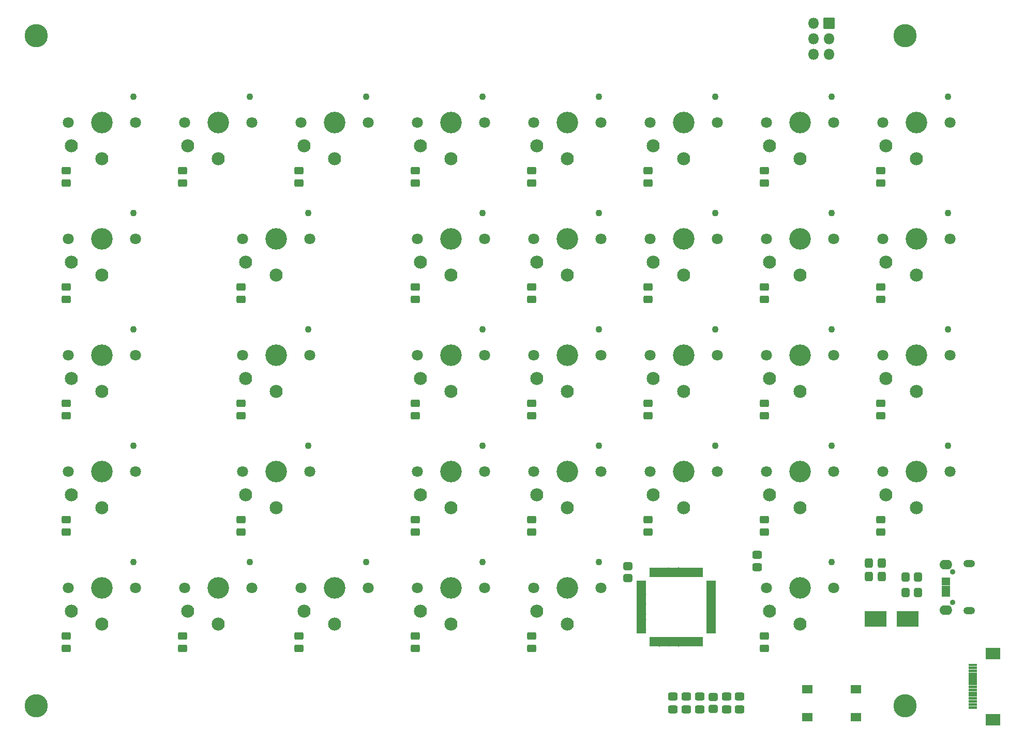
<source format=gbs>
%TF.GenerationSoftware,KiCad,Pcbnew,(6.0.10)*%
%TF.CreationDate,2023-02-02T18:01:59-08:00*%
%TF.ProjectId,netrazr_rev2-Left,6e657472-617a-4725-9f72-6576322d4c65,2*%
%TF.SameCoordinates,Original*%
%TF.FileFunction,Soldermask,Bot*%
%TF.FilePolarity,Negative*%
%FSLAX46Y46*%
G04 Gerber Fmt 4.6, Leading zero omitted, Abs format (unit mm)*
G04 Created by KiCad (PCBNEW (6.0.10)) date 2023-02-02 18:01:59*
%MOMM*%
%LPD*%
G01*
G04 APERTURE LIST*
G04 Aperture macros list*
%AMRoundRect*
0 Rectangle with rounded corners*
0 $1 Rounding radius*
0 $2 $3 $4 $5 $6 $7 $8 $9 X,Y pos of 4 corners*
0 Add a 4 corners polygon primitive as box body*
4,1,4,$2,$3,$4,$5,$6,$7,$8,$9,$2,$3,0*
0 Add four circle primitives for the rounded corners*
1,1,$1+$1,$2,$3*
1,1,$1+$1,$4,$5*
1,1,$1+$1,$6,$7*
1,1,$1+$1,$8,$9*
0 Add four rect primitives between the rounded corners*
20,1,$1+$1,$2,$3,$4,$5,0*
20,1,$1+$1,$4,$5,$6,$7,0*
20,1,$1+$1,$6,$7,$8,$9,0*
20,1,$1+$1,$8,$9,$2,$3,0*%
G04 Aperture macros list end*
%ADD10C,3.802000*%
%ADD11C,1.803800*%
%ADD12C,3.531000*%
%ADD13C,1.092600*%
%ADD14C,2.134000*%
%ADD15O,0.902000X0.902000*%
%ADD16RoundRect,0.051000X-0.650000X0.225000X-0.650000X-0.225000X0.650000X-0.225000X0.650000X0.225000X0*%
%ADD17O,2.102000X1.552000*%
%ADD18O,1.902000X1.252000*%
%ADD19RoundRect,0.301000X0.475000X-0.337500X0.475000X0.337500X-0.475000X0.337500X-0.475000X-0.337500X0*%
%ADD20RoundRect,0.051000X0.850000X0.850000X-0.850000X0.850000X-0.850000X-0.850000X0.850000X-0.850000X0*%
%ADD21O,1.802000X1.802000*%
%ADD22RoundRect,0.301000X0.450000X-0.325000X0.450000X0.325000X-0.450000X0.325000X-0.450000X-0.325000X0*%
%ADD23RoundRect,0.051000X0.775000X0.650000X-0.775000X0.650000X-0.775000X-0.650000X0.775000X-0.650000X0*%
%ADD24RoundRect,0.301000X-0.450000X0.350000X-0.450000X-0.350000X0.450000X-0.350000X0.450000X0.350000X0*%
%ADD25RoundRect,0.051000X0.750000X0.275000X-0.750000X0.275000X-0.750000X-0.275000X0.750000X-0.275000X0*%
%ADD26RoundRect,0.051000X0.275000X-0.750000X0.275000X0.750000X-0.275000X0.750000X-0.275000X-0.750000X0*%
%ADD27RoundRect,0.301000X-0.475000X0.337500X-0.475000X-0.337500X0.475000X-0.337500X0.475000X0.337500X0*%
%ADD28RoundRect,0.301000X-0.350000X-0.450000X0.350000X-0.450000X0.350000X0.450000X-0.350000X0.450000X0*%
%ADD29RoundRect,0.051000X-1.750000X-1.200000X1.750000X-1.200000X1.750000X1.200000X-1.750000X1.200000X0*%
%ADD30RoundRect,0.301000X0.337500X0.475000X-0.337500X0.475000X-0.337500X-0.475000X0.337500X-0.475000X0*%
%ADD31RoundRect,0.051000X-0.650000X0.150000X-0.650000X-0.150000X0.650000X-0.150000X0.650000X0.150000X0*%
%ADD32RoundRect,0.051000X-1.100000X0.900000X-1.100000X-0.900000X1.100000X-0.900000X1.100000X0.900000X0*%
G04 APERTURE END LIST*
D10*
X185420000Y-64262000D03*
D11*
X135645000Y-135600000D03*
D12*
X130145000Y-135600000D03*
D13*
X135365000Y-131400000D03*
D11*
X124645000Y-135600000D03*
D14*
X130145000Y-141500000D03*
X125145000Y-139400000D03*
D13*
X78215000Y-74250000D03*
D11*
X78495000Y-78450000D03*
D12*
X72995000Y-78450000D03*
D11*
X67495000Y-78450000D03*
D14*
X72995000Y-84350000D03*
X67995000Y-82250000D03*
D11*
X192795000Y-78450000D03*
D13*
X192515000Y-74250000D03*
D12*
X187295000Y-78450000D03*
D11*
X181795000Y-78450000D03*
D14*
X187295000Y-84350000D03*
X182295000Y-82250000D03*
D11*
X162745000Y-78450000D03*
D12*
X168245000Y-78450000D03*
D11*
X173745000Y-78450000D03*
D13*
X173465000Y-74250000D03*
D14*
X168245000Y-84350000D03*
X163245000Y-82250000D03*
D11*
X116595000Y-154650000D03*
D13*
X116315000Y-150450000D03*
D11*
X105595000Y-154650000D03*
D12*
X111095000Y-154650000D03*
D14*
X111095000Y-160550000D03*
X106095000Y-158450000D03*
D11*
X59445000Y-135600000D03*
D13*
X59165000Y-131400000D03*
D12*
X53945000Y-135600000D03*
D11*
X48445000Y-135600000D03*
D14*
X53945000Y-141500000D03*
X48945000Y-139400000D03*
D11*
X181795000Y-135600000D03*
D13*
X192515000Y-131400000D03*
D11*
X192795000Y-135600000D03*
D12*
X187295000Y-135600000D03*
D14*
X187295000Y-141500000D03*
X182295000Y-139400000D03*
D13*
X154415000Y-131400000D03*
D11*
X154695000Y-135600000D03*
X143695000Y-135600000D03*
D12*
X149195000Y-135600000D03*
D14*
X149195000Y-141500000D03*
X144195000Y-139400000D03*
D10*
X185420000Y-173990000D03*
D12*
X53945000Y-78450000D03*
D13*
X59165000Y-74250000D03*
D11*
X59445000Y-78450000D03*
X48445000Y-78450000D03*
D14*
X53945000Y-84350000D03*
X48945000Y-82250000D03*
D10*
X43180000Y-173990000D03*
D13*
X87740000Y-93300000D03*
D11*
X77020000Y-97500000D03*
X88020000Y-97500000D03*
D12*
X82520000Y-97500000D03*
D14*
X82520000Y-103400000D03*
X77520000Y-101300000D03*
D13*
X116315000Y-93300000D03*
D12*
X111095000Y-97500000D03*
D11*
X116595000Y-97500000D03*
X105595000Y-97500000D03*
D14*
X111095000Y-103400000D03*
X106095000Y-101300000D03*
D10*
X43180000Y-64262000D03*
D13*
X154415000Y-93300000D03*
D11*
X143695000Y-97500000D03*
D12*
X149195000Y-97500000D03*
D11*
X154695000Y-97500000D03*
D14*
X149195000Y-103400000D03*
X144195000Y-101300000D03*
D11*
X59445000Y-116550000D03*
D12*
X53945000Y-116550000D03*
D11*
X48445000Y-116550000D03*
D13*
X59165000Y-112350000D03*
D14*
X53945000Y-122450000D03*
X48945000Y-120350000D03*
D13*
X192515000Y-112350000D03*
D11*
X192795000Y-116550000D03*
D12*
X187295000Y-116550000D03*
D11*
X181795000Y-116550000D03*
D14*
X187295000Y-122450000D03*
X182295000Y-120350000D03*
D12*
X72995000Y-154650000D03*
D13*
X78215000Y-150450000D03*
D11*
X78495000Y-154650000D03*
X67495000Y-154650000D03*
D14*
X72995000Y-160550000D03*
X67995000Y-158450000D03*
D11*
X143695000Y-116550000D03*
D12*
X149195000Y-116550000D03*
D11*
X154695000Y-116550000D03*
D13*
X154415000Y-112350000D03*
D14*
X149195000Y-122450000D03*
X144195000Y-120350000D03*
D11*
X116595000Y-135600000D03*
D12*
X111095000Y-135600000D03*
D13*
X116315000Y-131400000D03*
D11*
X105595000Y-135600000D03*
D14*
X111095000Y-141500000D03*
X106095000Y-139400000D03*
D11*
X97545000Y-154650000D03*
D13*
X97265000Y-150450000D03*
D12*
X92045000Y-154650000D03*
D11*
X86545000Y-154650000D03*
D14*
X92045000Y-160550000D03*
X87045000Y-158450000D03*
D13*
X97265000Y-74250000D03*
D12*
X92045000Y-78450000D03*
D11*
X86545000Y-78450000D03*
X97545000Y-78450000D03*
D14*
X92045000Y-84350000D03*
X87045000Y-82250000D03*
D11*
X59445000Y-97500000D03*
D13*
X59165000Y-93300000D03*
D12*
X53945000Y-97500000D03*
D11*
X48445000Y-97500000D03*
D14*
X53945000Y-103400000D03*
X48945000Y-101300000D03*
D12*
X82520000Y-135600000D03*
D13*
X87740000Y-131400000D03*
D11*
X77020000Y-135600000D03*
X88020000Y-135600000D03*
D14*
X82520000Y-141500000D03*
X77520000Y-139400000D03*
D12*
X82520000Y-116550000D03*
D13*
X87740000Y-112350000D03*
D11*
X88020000Y-116550000D03*
X77020000Y-116550000D03*
D14*
X82520000Y-122450000D03*
X77520000Y-120350000D03*
D12*
X168245000Y-154650000D03*
D11*
X162745000Y-154650000D03*
X173745000Y-154650000D03*
D13*
X173465000Y-150450000D03*
D14*
X168245000Y-160550000D03*
X163245000Y-158450000D03*
D11*
X135645000Y-97500000D03*
D13*
X135365000Y-93300000D03*
D12*
X130145000Y-97500000D03*
D11*
X124645000Y-97500000D03*
D14*
X130145000Y-103400000D03*
X125145000Y-101300000D03*
D13*
X135365000Y-150450000D03*
D11*
X135645000Y-154650000D03*
X124645000Y-154650000D03*
D12*
X130145000Y-154650000D03*
D14*
X130145000Y-160550000D03*
X125145000Y-158450000D03*
D13*
X116315000Y-74250000D03*
D12*
X111095000Y-78450000D03*
D11*
X105595000Y-78450000D03*
X116595000Y-78450000D03*
D14*
X111095000Y-84350000D03*
X106095000Y-82250000D03*
D11*
X116595000Y-116550000D03*
X105595000Y-116550000D03*
D12*
X111095000Y-116550000D03*
D13*
X116315000Y-112350000D03*
D14*
X111095000Y-122450000D03*
X106095000Y-120350000D03*
D11*
X59445000Y-154650000D03*
D13*
X59165000Y-150450000D03*
D11*
X48445000Y-154650000D03*
D12*
X53945000Y-154650000D03*
D14*
X53945000Y-160550000D03*
X48945000Y-158450000D03*
D11*
X181795000Y-97500000D03*
D12*
X187295000Y-97500000D03*
D11*
X192795000Y-97500000D03*
D13*
X192515000Y-93300000D03*
D14*
X187295000Y-103400000D03*
X182295000Y-101300000D03*
D11*
X173745000Y-97500000D03*
D12*
X168245000Y-97500000D03*
D11*
X162745000Y-97500000D03*
D13*
X173465000Y-93300000D03*
D14*
X168245000Y-103400000D03*
X163245000Y-101300000D03*
D13*
X135365000Y-112350000D03*
D12*
X130145000Y-116550000D03*
D11*
X135645000Y-116550000D03*
X124645000Y-116550000D03*
D14*
X130145000Y-122450000D03*
X125145000Y-120350000D03*
D11*
X124645000Y-78450000D03*
X135645000Y-78450000D03*
D12*
X130145000Y-78450000D03*
D13*
X135365000Y-74250000D03*
D14*
X130145000Y-84350000D03*
X125145000Y-82250000D03*
D11*
X154695000Y-78450000D03*
X143695000Y-78450000D03*
D12*
X149195000Y-78450000D03*
D13*
X154415000Y-74250000D03*
D14*
X149195000Y-84350000D03*
X144195000Y-82250000D03*
D11*
X162745000Y-116550000D03*
X173745000Y-116550000D03*
D12*
X168245000Y-116550000D03*
D13*
X173465000Y-112350000D03*
D14*
X168245000Y-122450000D03*
X163245000Y-120350000D03*
D11*
X162745000Y-135600000D03*
D13*
X173465000Y-131400000D03*
D12*
X168245000Y-135600000D03*
D11*
X173745000Y-135600000D03*
D14*
X168245000Y-141500000D03*
X163245000Y-139400000D03*
D15*
X193226000Y-152023000D03*
X193226000Y-157023000D03*
D16*
X192126000Y-153223000D03*
X192126000Y-153873000D03*
X192126000Y-154523000D03*
X192126000Y-155173000D03*
X192126000Y-155823000D03*
D17*
X192176000Y-158248000D03*
D18*
X195976000Y-158398000D03*
D17*
X192176000Y-150798000D03*
D18*
X195976000Y-150648000D03*
D19*
X158369000Y-174519500D03*
X158369000Y-172444500D03*
D20*
X173010000Y-62170000D03*
D21*
X170470000Y-62170000D03*
X173010000Y-64710000D03*
X170470000Y-64710000D03*
X173010000Y-67250000D03*
X170470000Y-67250000D03*
D22*
X124345000Y-164565000D03*
X124345000Y-162515000D03*
X105295000Y-126465000D03*
X105295000Y-124415000D03*
X143395000Y-88365000D03*
X143395000Y-86315000D03*
X162445000Y-107415000D03*
X162445000Y-105365000D03*
D23*
X169470000Y-171280000D03*
X177420000Y-171280000D03*
X169470000Y-175780000D03*
X177420000Y-175780000D03*
D22*
X143395000Y-126465000D03*
X143395000Y-124415000D03*
X105295000Y-145515000D03*
X105295000Y-143465000D03*
X181495000Y-126465000D03*
X181495000Y-124415000D03*
X76720000Y-126465000D03*
X76720000Y-124415000D03*
D19*
X161255000Y-151267500D03*
X161255000Y-149192500D03*
D22*
X124345000Y-107415000D03*
X124345000Y-105365000D03*
D24*
X140055000Y-151080000D03*
X140055000Y-153080000D03*
D22*
X48145000Y-145515000D03*
X48145000Y-143465000D03*
D25*
X153705000Y-153780000D03*
X153705000Y-154580000D03*
X153705000Y-155380000D03*
X153705000Y-156180000D03*
X153705000Y-156980000D03*
X153705000Y-157780000D03*
X153705000Y-158580000D03*
X153705000Y-159380000D03*
X153705000Y-160180000D03*
X153705000Y-160980000D03*
X153705000Y-161780000D03*
D26*
X152005000Y-163480000D03*
X151205000Y-163480000D03*
X150405000Y-163480000D03*
X149605000Y-163480000D03*
X148805000Y-163480000D03*
X148005000Y-163480000D03*
X147205000Y-163480000D03*
X146405000Y-163480000D03*
X145605000Y-163480000D03*
X144805000Y-163480000D03*
X144005000Y-163480000D03*
D25*
X142305000Y-161780000D03*
X142305000Y-160980000D03*
X142305000Y-160180000D03*
X142305000Y-159380000D03*
X142305000Y-158580000D03*
X142305000Y-157780000D03*
X142305000Y-156980000D03*
X142305000Y-156180000D03*
X142305000Y-155380000D03*
X142305000Y-154580000D03*
X142305000Y-153780000D03*
D26*
X144005000Y-152080000D03*
X144805000Y-152080000D03*
X145605000Y-152080000D03*
X146405000Y-152080000D03*
X147205000Y-152080000D03*
X148005000Y-152080000D03*
X148805000Y-152080000D03*
X149605000Y-152080000D03*
X150405000Y-152080000D03*
X151205000Y-152080000D03*
X152005000Y-152080000D03*
D22*
X67195000Y-164565000D03*
X67195000Y-162515000D03*
X48145000Y-126465000D03*
X48145000Y-124415000D03*
D19*
X156210000Y-174519500D03*
X156210000Y-172444500D03*
D22*
X105295000Y-164565000D03*
X105295000Y-162515000D03*
X124345000Y-88365000D03*
X124345000Y-86315000D03*
X86245000Y-164565000D03*
X86245000Y-162515000D03*
X162445000Y-164565000D03*
X162445000Y-162515000D03*
D27*
X149606000Y-172444500D03*
X149606000Y-174519500D03*
D22*
X181495000Y-145515000D03*
X181495000Y-143465000D03*
X181495000Y-88365000D03*
X181495000Y-86315000D03*
D28*
X185563000Y-155448000D03*
X187563000Y-155448000D03*
D22*
X124345000Y-145515000D03*
X124345000Y-143465000D03*
D29*
X180661000Y-159766000D03*
X185861000Y-159766000D03*
D22*
X76720000Y-107415000D03*
X76720000Y-105365000D03*
X162445000Y-145515000D03*
X162445000Y-143465000D03*
X48145000Y-164565000D03*
X48145000Y-162515000D03*
X143395000Y-107415000D03*
X143395000Y-105365000D03*
X86245000Y-88365000D03*
X86245000Y-86315000D03*
D30*
X181631500Y-150622000D03*
X179556500Y-150622000D03*
D22*
X162445000Y-126465000D03*
X162445000Y-124415000D03*
X105295000Y-107415000D03*
X105295000Y-105365000D03*
X48145000Y-107415000D03*
X48145000Y-105365000D03*
X181495000Y-107415000D03*
X181495000Y-105365000D03*
X162445000Y-88365000D03*
X162445000Y-86315000D03*
D27*
X147447000Y-172444500D03*
X147447000Y-174519500D03*
D24*
X154051000Y-172482000D03*
X154051000Y-174482000D03*
D22*
X143395000Y-145515000D03*
X143395000Y-143465000D03*
X124345000Y-126465000D03*
X124345000Y-124415000D03*
D30*
X181631500Y-152781000D03*
X179556500Y-152781000D03*
D27*
X151845000Y-172444500D03*
X151845000Y-174519500D03*
D22*
X76720000Y-145515000D03*
X76720000Y-143465000D03*
X105295000Y-88365000D03*
X105295000Y-86315000D03*
X48145000Y-88365000D03*
X48145000Y-86315000D03*
X67195000Y-88365000D03*
X67195000Y-86315000D03*
D28*
X185563000Y-152908000D03*
X187563000Y-152908000D03*
D31*
X196560000Y-167300000D03*
X196560000Y-167800000D03*
X196560000Y-168300000D03*
X196560000Y-168800000D03*
X196560000Y-169300000D03*
X196560000Y-169800000D03*
X196560000Y-170300000D03*
X196560000Y-170800000D03*
X196560000Y-171300000D03*
X196560000Y-171800000D03*
X196560000Y-172300000D03*
X196560000Y-172800000D03*
X196560000Y-173300000D03*
X196560000Y-173800000D03*
X196560000Y-174300000D03*
D32*
X199810000Y-165400000D03*
X199810000Y-176200000D03*
G36*
X195876075Y-173985084D02*
G01*
X195891263Y-173995233D01*
X195910199Y-173999000D01*
X197209801Y-173999000D01*
X197228738Y-173995233D01*
X197243773Y-173985186D01*
X197245768Y-173985055D01*
X197246880Y-173986718D01*
X197246793Y-173987447D01*
X197227898Y-174047788D01*
X197246955Y-174112690D01*
X197246483Y-174114633D01*
X197244564Y-174115197D01*
X197243925Y-174114916D01*
X197228737Y-174104767D01*
X197209801Y-174101000D01*
X195910199Y-174101000D01*
X195891262Y-174104767D01*
X195876227Y-174114814D01*
X195874232Y-174114945D01*
X195873120Y-174113282D01*
X195873207Y-174112553D01*
X195892102Y-174052212D01*
X195873045Y-173987310D01*
X195873517Y-173985367D01*
X195875436Y-173984803D01*
X195876075Y-173985084D01*
G37*
G36*
X195876075Y-173485084D02*
G01*
X195891263Y-173495233D01*
X195910199Y-173499000D01*
X197209801Y-173499000D01*
X197228738Y-173495233D01*
X197243773Y-173485186D01*
X197245768Y-173485055D01*
X197246880Y-173486718D01*
X197246793Y-173487447D01*
X197227898Y-173547788D01*
X197246955Y-173612690D01*
X197246483Y-173614633D01*
X197244564Y-173615197D01*
X197243925Y-173614916D01*
X197228737Y-173604767D01*
X197209801Y-173601000D01*
X195910199Y-173601000D01*
X195891262Y-173604767D01*
X195876227Y-173614814D01*
X195874232Y-173614945D01*
X195873120Y-173613282D01*
X195873207Y-173612553D01*
X195892102Y-173552212D01*
X195873045Y-173487310D01*
X195873517Y-173485367D01*
X195875436Y-173484803D01*
X195876075Y-173485084D01*
G37*
G36*
X195876075Y-172985084D02*
G01*
X195891263Y-172995233D01*
X195910199Y-172999000D01*
X197209801Y-172999000D01*
X197228738Y-172995233D01*
X197243773Y-172985186D01*
X197245768Y-172985055D01*
X197246880Y-172986718D01*
X197246793Y-172987447D01*
X197227898Y-173047788D01*
X197246955Y-173112690D01*
X197246483Y-173114633D01*
X197244564Y-173115197D01*
X197243925Y-173114916D01*
X197228737Y-173104767D01*
X197209801Y-173101000D01*
X195910199Y-173101000D01*
X195891262Y-173104767D01*
X195876227Y-173114814D01*
X195874232Y-173114945D01*
X195873120Y-173113282D01*
X195873207Y-173112553D01*
X195892102Y-173052212D01*
X195873045Y-172987310D01*
X195873517Y-172985367D01*
X195875436Y-172984803D01*
X195876075Y-172985084D01*
G37*
G36*
X195876075Y-172485084D02*
G01*
X195891263Y-172495233D01*
X195910199Y-172499000D01*
X197209801Y-172499000D01*
X197228738Y-172495233D01*
X197243773Y-172485186D01*
X197245768Y-172485055D01*
X197246880Y-172486718D01*
X197246793Y-172487447D01*
X197227898Y-172547788D01*
X197246955Y-172612690D01*
X197246483Y-172614633D01*
X197244564Y-172615197D01*
X197243925Y-172614916D01*
X197228737Y-172604767D01*
X197209801Y-172601000D01*
X195910199Y-172601000D01*
X195891262Y-172604767D01*
X195876227Y-172614814D01*
X195874232Y-172614945D01*
X195873120Y-172613282D01*
X195873207Y-172612553D01*
X195892102Y-172552212D01*
X195873045Y-172487310D01*
X195873517Y-172485367D01*
X195875436Y-172484803D01*
X195876075Y-172485084D01*
G37*
G36*
X195876075Y-171985084D02*
G01*
X195891263Y-171995233D01*
X195910199Y-171999000D01*
X197209801Y-171999000D01*
X197228738Y-171995233D01*
X197243773Y-171985186D01*
X197245768Y-171985055D01*
X197246880Y-171986718D01*
X197246793Y-171987447D01*
X197227898Y-172047788D01*
X197246955Y-172112690D01*
X197246483Y-172114633D01*
X197244564Y-172115197D01*
X197243925Y-172114916D01*
X197228737Y-172104767D01*
X197209801Y-172101000D01*
X195910199Y-172101000D01*
X195891262Y-172104767D01*
X195876227Y-172114814D01*
X195874232Y-172114945D01*
X195873120Y-172113282D01*
X195873207Y-172112553D01*
X195892102Y-172052212D01*
X195873045Y-171987310D01*
X195873517Y-171985367D01*
X195875436Y-171984803D01*
X195876075Y-171985084D01*
G37*
G36*
X195876075Y-171485084D02*
G01*
X195891263Y-171495233D01*
X195910199Y-171499000D01*
X197209801Y-171499000D01*
X197228738Y-171495233D01*
X197243773Y-171485186D01*
X197245768Y-171485055D01*
X197246880Y-171486718D01*
X197246793Y-171487447D01*
X197227898Y-171547788D01*
X197246955Y-171612690D01*
X197246483Y-171614633D01*
X197244564Y-171615197D01*
X197243925Y-171614916D01*
X197228737Y-171604767D01*
X197209801Y-171601000D01*
X195910199Y-171601000D01*
X195891262Y-171604767D01*
X195876227Y-171614814D01*
X195874232Y-171614945D01*
X195873120Y-171613282D01*
X195873207Y-171612553D01*
X195892102Y-171552212D01*
X195873045Y-171487310D01*
X195873517Y-171485367D01*
X195875436Y-171484803D01*
X195876075Y-171485084D01*
G37*
G36*
X195876075Y-170985084D02*
G01*
X195891263Y-170995233D01*
X195910199Y-170999000D01*
X197209801Y-170999000D01*
X197228738Y-170995233D01*
X197243773Y-170985186D01*
X197245768Y-170985055D01*
X197246880Y-170986718D01*
X197246793Y-170987447D01*
X197227898Y-171047788D01*
X197246955Y-171112690D01*
X197246483Y-171114633D01*
X197244564Y-171115197D01*
X197243925Y-171114916D01*
X197228737Y-171104767D01*
X197209801Y-171101000D01*
X195910199Y-171101000D01*
X195891262Y-171104767D01*
X195876227Y-171114814D01*
X195874232Y-171114945D01*
X195873120Y-171113282D01*
X195873207Y-171112553D01*
X195892102Y-171052212D01*
X195873045Y-170987310D01*
X195873517Y-170985367D01*
X195875436Y-170984803D01*
X195876075Y-170985084D01*
G37*
G36*
X195876075Y-170485084D02*
G01*
X195891263Y-170495233D01*
X195910199Y-170499000D01*
X197209801Y-170499000D01*
X197228738Y-170495233D01*
X197243773Y-170485186D01*
X197245768Y-170485055D01*
X197246880Y-170486718D01*
X197246793Y-170487447D01*
X197227898Y-170547788D01*
X197246955Y-170612690D01*
X197246483Y-170614633D01*
X197244564Y-170615197D01*
X197243925Y-170614916D01*
X197228737Y-170604767D01*
X197209801Y-170601000D01*
X195910199Y-170601000D01*
X195891262Y-170604767D01*
X195876227Y-170614814D01*
X195874232Y-170614945D01*
X195873120Y-170613282D01*
X195873207Y-170612553D01*
X195892102Y-170552212D01*
X195873045Y-170487310D01*
X195873517Y-170485367D01*
X195875436Y-170484803D01*
X195876075Y-170485084D01*
G37*
G36*
X195876075Y-169985084D02*
G01*
X195891263Y-169995233D01*
X195910199Y-169999000D01*
X197209801Y-169999000D01*
X197228738Y-169995233D01*
X197243773Y-169985186D01*
X197245768Y-169985055D01*
X197246880Y-169986718D01*
X197246793Y-169987447D01*
X197227898Y-170047788D01*
X197246955Y-170112690D01*
X197246483Y-170114633D01*
X197244564Y-170115197D01*
X197243925Y-170114916D01*
X197228737Y-170104767D01*
X197209801Y-170101000D01*
X195910199Y-170101000D01*
X195891262Y-170104767D01*
X195876227Y-170114814D01*
X195874232Y-170114945D01*
X195873120Y-170113282D01*
X195873207Y-170112553D01*
X195892102Y-170052212D01*
X195873045Y-169987310D01*
X195873517Y-169985367D01*
X195875436Y-169984803D01*
X195876075Y-169985084D01*
G37*
G36*
X195876075Y-169485084D02*
G01*
X195891263Y-169495233D01*
X195910199Y-169499000D01*
X197209801Y-169499000D01*
X197228738Y-169495233D01*
X197243773Y-169485186D01*
X197245768Y-169485055D01*
X197246880Y-169486718D01*
X197246793Y-169487447D01*
X197227898Y-169547788D01*
X197246955Y-169612690D01*
X197246483Y-169614633D01*
X197244564Y-169615197D01*
X197243925Y-169614916D01*
X197228737Y-169604767D01*
X197209801Y-169601000D01*
X195910199Y-169601000D01*
X195891262Y-169604767D01*
X195876227Y-169614814D01*
X195874232Y-169614945D01*
X195873120Y-169613282D01*
X195873207Y-169612553D01*
X195892102Y-169552212D01*
X195873045Y-169487310D01*
X195873517Y-169485367D01*
X195875436Y-169484803D01*
X195876075Y-169485084D01*
G37*
G36*
X195876075Y-168985084D02*
G01*
X195891263Y-168995233D01*
X195910199Y-168999000D01*
X197209801Y-168999000D01*
X197228738Y-168995233D01*
X197243773Y-168985186D01*
X197245768Y-168985055D01*
X197246880Y-168986718D01*
X197246793Y-168987447D01*
X197227898Y-169047788D01*
X197246955Y-169112690D01*
X197246483Y-169114633D01*
X197244564Y-169115197D01*
X197243925Y-169114916D01*
X197228737Y-169104767D01*
X197209801Y-169101000D01*
X195910199Y-169101000D01*
X195891262Y-169104767D01*
X195876227Y-169114814D01*
X195874232Y-169114945D01*
X195873120Y-169113282D01*
X195873207Y-169112553D01*
X195892102Y-169052212D01*
X195873045Y-168987310D01*
X195873517Y-168985367D01*
X195875436Y-168984803D01*
X195876075Y-168985084D01*
G37*
G36*
X195876075Y-168485084D02*
G01*
X195891263Y-168495233D01*
X195910199Y-168499000D01*
X197209801Y-168499000D01*
X197228738Y-168495233D01*
X197243773Y-168485186D01*
X197245768Y-168485055D01*
X197246880Y-168486718D01*
X197246793Y-168487447D01*
X197227898Y-168547788D01*
X197246955Y-168612690D01*
X197246483Y-168614633D01*
X197244564Y-168615197D01*
X197243925Y-168614916D01*
X197228737Y-168604767D01*
X197209801Y-168601000D01*
X195910199Y-168601000D01*
X195891262Y-168604767D01*
X195876227Y-168614814D01*
X195874232Y-168614945D01*
X195873120Y-168613282D01*
X195873207Y-168612553D01*
X195892102Y-168552212D01*
X195873045Y-168487310D01*
X195873517Y-168485367D01*
X195875436Y-168484803D01*
X195876075Y-168485084D01*
G37*
G36*
X195876075Y-167985084D02*
G01*
X195891263Y-167995233D01*
X195910199Y-167999000D01*
X197209801Y-167999000D01*
X197228738Y-167995233D01*
X197243773Y-167985186D01*
X197245768Y-167985055D01*
X197246880Y-167986718D01*
X197246793Y-167987447D01*
X197227898Y-168047788D01*
X197246955Y-168112690D01*
X197246483Y-168114633D01*
X197244564Y-168115197D01*
X197243925Y-168114916D01*
X197228737Y-168104767D01*
X197209801Y-168101000D01*
X195910199Y-168101000D01*
X195891262Y-168104767D01*
X195876227Y-168114814D01*
X195874232Y-168114945D01*
X195873120Y-168113282D01*
X195873207Y-168112553D01*
X195892102Y-168052212D01*
X195873045Y-167987310D01*
X195873517Y-167985367D01*
X195875436Y-167984803D01*
X195876075Y-167985084D01*
G37*
G36*
X195876075Y-167485084D02*
G01*
X195891263Y-167495233D01*
X195910199Y-167499000D01*
X197209801Y-167499000D01*
X197228738Y-167495233D01*
X197243773Y-167485186D01*
X197245768Y-167485055D01*
X197246880Y-167486718D01*
X197246793Y-167487447D01*
X197227898Y-167547788D01*
X197246955Y-167612690D01*
X197246483Y-167614633D01*
X197244564Y-167615197D01*
X197243925Y-167614916D01*
X197228737Y-167604767D01*
X197209801Y-167601000D01*
X195910199Y-167601000D01*
X195891262Y-167604767D01*
X195876227Y-167614814D01*
X195874232Y-167614945D01*
X195873120Y-167613282D01*
X195873207Y-167612553D01*
X195892102Y-167552212D01*
X195873045Y-167487310D01*
X195873517Y-167485367D01*
X195875436Y-167484803D01*
X195876075Y-167485084D01*
G37*
G36*
X146720660Y-162697493D02*
G01*
X146734452Y-162706709D01*
X146735615Y-162704969D01*
X146737409Y-162704084D01*
X146738560Y-162704545D01*
X146755952Y-162719078D01*
X146824670Y-162727704D01*
X146872288Y-162704918D01*
X146874282Y-162705072D01*
X146874814Y-162705611D01*
X146875548Y-162706709D01*
X146889340Y-162697493D01*
X146891336Y-162697362D01*
X146892447Y-162699025D01*
X146892114Y-162700267D01*
X146884767Y-162711262D01*
X146881000Y-162730199D01*
X146881000Y-164229801D01*
X146884767Y-164248738D01*
X146892114Y-164259733D01*
X146892245Y-164261729D01*
X146890582Y-164262840D01*
X146889340Y-164262507D01*
X146875548Y-164253291D01*
X146874385Y-164255031D01*
X146872591Y-164255916D01*
X146871440Y-164255455D01*
X146854048Y-164240922D01*
X146785330Y-164232296D01*
X146737712Y-164255082D01*
X146735718Y-164254928D01*
X146735186Y-164254389D01*
X146734452Y-164253291D01*
X146720660Y-164262507D01*
X146718664Y-164262638D01*
X146717553Y-164260975D01*
X146717886Y-164259733D01*
X146725233Y-164248738D01*
X146729000Y-164229801D01*
X146729000Y-162730199D01*
X146725233Y-162711262D01*
X146717886Y-162700267D01*
X146717755Y-162698271D01*
X146719418Y-162697160D01*
X146720660Y-162697493D01*
G37*
G36*
X148320660Y-162697493D02*
G01*
X148334452Y-162706709D01*
X148335615Y-162704969D01*
X148337409Y-162704084D01*
X148338560Y-162704545D01*
X148355952Y-162719078D01*
X148424670Y-162727704D01*
X148472288Y-162704918D01*
X148474282Y-162705072D01*
X148474814Y-162705611D01*
X148475548Y-162706709D01*
X148489340Y-162697493D01*
X148491336Y-162697362D01*
X148492447Y-162699025D01*
X148492114Y-162700267D01*
X148484767Y-162711262D01*
X148481000Y-162730199D01*
X148481000Y-164229801D01*
X148484767Y-164248738D01*
X148492114Y-164259733D01*
X148492245Y-164261729D01*
X148490582Y-164262840D01*
X148489340Y-164262507D01*
X148475548Y-164253291D01*
X148474385Y-164255031D01*
X148472591Y-164255916D01*
X148471440Y-164255455D01*
X148454048Y-164240922D01*
X148385330Y-164232296D01*
X148337712Y-164255082D01*
X148335718Y-164254928D01*
X148335186Y-164254389D01*
X148334452Y-164253291D01*
X148320660Y-164262507D01*
X148318664Y-164262638D01*
X148317553Y-164260975D01*
X148317886Y-164259733D01*
X148325233Y-164248738D01*
X148329000Y-164229801D01*
X148329000Y-162730199D01*
X148325233Y-162711262D01*
X148317886Y-162700267D01*
X148317755Y-162698271D01*
X148319418Y-162697160D01*
X148320660Y-162697493D01*
G37*
G36*
X149120660Y-162697493D02*
G01*
X149134452Y-162706709D01*
X149135615Y-162704969D01*
X149137409Y-162704084D01*
X149138560Y-162704545D01*
X149155952Y-162719078D01*
X149224670Y-162727704D01*
X149272288Y-162704918D01*
X149274282Y-162705072D01*
X149274814Y-162705611D01*
X149275548Y-162706709D01*
X149289340Y-162697493D01*
X149291336Y-162697362D01*
X149292447Y-162699025D01*
X149292114Y-162700267D01*
X149284767Y-162711262D01*
X149281000Y-162730199D01*
X149281000Y-164229801D01*
X149284767Y-164248738D01*
X149292114Y-164259733D01*
X149292245Y-164261729D01*
X149290582Y-164262840D01*
X149289340Y-164262507D01*
X149275548Y-164253291D01*
X149274385Y-164255031D01*
X149272591Y-164255916D01*
X149271440Y-164255455D01*
X149254048Y-164240922D01*
X149185330Y-164232296D01*
X149137712Y-164255082D01*
X149135718Y-164254928D01*
X149135186Y-164254389D01*
X149134452Y-164253291D01*
X149120660Y-164262507D01*
X149118664Y-164262638D01*
X149117553Y-164260975D01*
X149117886Y-164259733D01*
X149125233Y-164248738D01*
X149129000Y-164229801D01*
X149129000Y-162730199D01*
X149125233Y-162711262D01*
X149117886Y-162700267D01*
X149117755Y-162698271D01*
X149119418Y-162697160D01*
X149120660Y-162697493D01*
G37*
G36*
X150720660Y-162697493D02*
G01*
X150734452Y-162706709D01*
X150735615Y-162704969D01*
X150737409Y-162704084D01*
X150738560Y-162704545D01*
X150755952Y-162719078D01*
X150824670Y-162727704D01*
X150872288Y-162704918D01*
X150874282Y-162705072D01*
X150874814Y-162705611D01*
X150875548Y-162706709D01*
X150889340Y-162697493D01*
X150891336Y-162697362D01*
X150892447Y-162699025D01*
X150892114Y-162700267D01*
X150884767Y-162711262D01*
X150881000Y-162730199D01*
X150881000Y-164229801D01*
X150884767Y-164248738D01*
X150892114Y-164259733D01*
X150892245Y-164261729D01*
X150890582Y-164262840D01*
X150889340Y-164262507D01*
X150875548Y-164253291D01*
X150874385Y-164255031D01*
X150872591Y-164255916D01*
X150871440Y-164255455D01*
X150854048Y-164240922D01*
X150785330Y-164232296D01*
X150737712Y-164255082D01*
X150735718Y-164254928D01*
X150735186Y-164254389D01*
X150734452Y-164253291D01*
X150720660Y-164262507D01*
X150718664Y-164262638D01*
X150717553Y-164260975D01*
X150717886Y-164259733D01*
X150725233Y-164248738D01*
X150729000Y-164229801D01*
X150729000Y-162730199D01*
X150725233Y-162711262D01*
X150717886Y-162700267D01*
X150717755Y-162698271D01*
X150719418Y-162697160D01*
X150720660Y-162697493D01*
G37*
G36*
X144320660Y-162697493D02*
G01*
X144334452Y-162706709D01*
X144335615Y-162704969D01*
X144337409Y-162704084D01*
X144338560Y-162704545D01*
X144355952Y-162719078D01*
X144424670Y-162727704D01*
X144472288Y-162704918D01*
X144474282Y-162705072D01*
X144474814Y-162705611D01*
X144475548Y-162706709D01*
X144489340Y-162697493D01*
X144491336Y-162697362D01*
X144492447Y-162699025D01*
X144492114Y-162700267D01*
X144484767Y-162711262D01*
X144481000Y-162730199D01*
X144481000Y-164229801D01*
X144484767Y-164248738D01*
X144492114Y-164259733D01*
X144492245Y-164261729D01*
X144490582Y-164262840D01*
X144489340Y-164262507D01*
X144475548Y-164253291D01*
X144474385Y-164255031D01*
X144472591Y-164255916D01*
X144471440Y-164255455D01*
X144454048Y-164240922D01*
X144385330Y-164232296D01*
X144337712Y-164255082D01*
X144335718Y-164254928D01*
X144335186Y-164254389D01*
X144334452Y-164253291D01*
X144320660Y-164262507D01*
X144318664Y-164262638D01*
X144317553Y-164260975D01*
X144317886Y-164259733D01*
X144325233Y-164248738D01*
X144329000Y-164229801D01*
X144329000Y-162730199D01*
X144325233Y-162711262D01*
X144317886Y-162700267D01*
X144317755Y-162698271D01*
X144319418Y-162697160D01*
X144320660Y-162697493D01*
G37*
G36*
X145120660Y-162697493D02*
G01*
X145134452Y-162706709D01*
X145135615Y-162704969D01*
X145137409Y-162704084D01*
X145138560Y-162704545D01*
X145155952Y-162719078D01*
X145224670Y-162727704D01*
X145272288Y-162704918D01*
X145274282Y-162705072D01*
X145274814Y-162705611D01*
X145275548Y-162706709D01*
X145289340Y-162697493D01*
X145291336Y-162697362D01*
X145292447Y-162699025D01*
X145292114Y-162700267D01*
X145284767Y-162711262D01*
X145281000Y-162730199D01*
X145281000Y-164229801D01*
X145284767Y-164248738D01*
X145292114Y-164259733D01*
X145292245Y-164261729D01*
X145290582Y-164262840D01*
X145289340Y-164262507D01*
X145275548Y-164253291D01*
X145274385Y-164255031D01*
X145272591Y-164255916D01*
X145271440Y-164255455D01*
X145254048Y-164240922D01*
X145185330Y-164232296D01*
X145137712Y-164255082D01*
X145135718Y-164254928D01*
X145135186Y-164254389D01*
X145134452Y-164253291D01*
X145120660Y-164262507D01*
X145118664Y-164262638D01*
X145117553Y-164260975D01*
X145117886Y-164259733D01*
X145125233Y-164248738D01*
X145129000Y-164229801D01*
X145129000Y-162730199D01*
X145125233Y-162711262D01*
X145117886Y-162700267D01*
X145117755Y-162698271D01*
X145119418Y-162697160D01*
X145120660Y-162697493D01*
G37*
G36*
X151520660Y-162697493D02*
G01*
X151534452Y-162706709D01*
X151535615Y-162704969D01*
X151537409Y-162704084D01*
X151538560Y-162704545D01*
X151555952Y-162719078D01*
X151624670Y-162727704D01*
X151672288Y-162704918D01*
X151674282Y-162705072D01*
X151674814Y-162705611D01*
X151675548Y-162706709D01*
X151689340Y-162697493D01*
X151691336Y-162697362D01*
X151692447Y-162699025D01*
X151692114Y-162700267D01*
X151684767Y-162711262D01*
X151681000Y-162730199D01*
X151681000Y-164229801D01*
X151684767Y-164248738D01*
X151692114Y-164259733D01*
X151692245Y-164261729D01*
X151690582Y-164262840D01*
X151689340Y-164262507D01*
X151675548Y-164253291D01*
X151674385Y-164255031D01*
X151672591Y-164255916D01*
X151671440Y-164255455D01*
X151654048Y-164240922D01*
X151585330Y-164232296D01*
X151537712Y-164255082D01*
X151535718Y-164254928D01*
X151535186Y-164254389D01*
X151534452Y-164253291D01*
X151520660Y-164262507D01*
X151518664Y-164262638D01*
X151517553Y-164260975D01*
X151517886Y-164259733D01*
X151525233Y-164248738D01*
X151529000Y-164229801D01*
X151529000Y-162730199D01*
X151525233Y-162711262D01*
X151517886Y-162700267D01*
X151517755Y-162698271D01*
X151519418Y-162697160D01*
X151520660Y-162697493D01*
G37*
G36*
X145920660Y-162697493D02*
G01*
X145934452Y-162706709D01*
X145935615Y-162704969D01*
X145937409Y-162704084D01*
X145938560Y-162704545D01*
X145955952Y-162719078D01*
X146024670Y-162727704D01*
X146072288Y-162704918D01*
X146074282Y-162705072D01*
X146074814Y-162705611D01*
X146075548Y-162706709D01*
X146089340Y-162697493D01*
X146091336Y-162697362D01*
X146092447Y-162699025D01*
X146092114Y-162700267D01*
X146084767Y-162711262D01*
X146081000Y-162730199D01*
X146081000Y-164229801D01*
X146084767Y-164248738D01*
X146092114Y-164259733D01*
X146092245Y-164261729D01*
X146090582Y-164262840D01*
X146089340Y-164262507D01*
X146075548Y-164253291D01*
X146074385Y-164255031D01*
X146072591Y-164255916D01*
X146071440Y-164255455D01*
X146054048Y-164240922D01*
X145985330Y-164232296D01*
X145937712Y-164255082D01*
X145935718Y-164254928D01*
X145935186Y-164254389D01*
X145934452Y-164253291D01*
X145920660Y-164262507D01*
X145918664Y-164262638D01*
X145917553Y-164260975D01*
X145917886Y-164259733D01*
X145925233Y-164248738D01*
X145929000Y-164229801D01*
X145929000Y-162730199D01*
X145925233Y-162711262D01*
X145917886Y-162700267D01*
X145917755Y-162698271D01*
X145919418Y-162697160D01*
X145920660Y-162697493D01*
G37*
G36*
X149920660Y-162697493D02*
G01*
X149934452Y-162706709D01*
X149935615Y-162704969D01*
X149937409Y-162704084D01*
X149938560Y-162704545D01*
X149955952Y-162719078D01*
X150024670Y-162727704D01*
X150072288Y-162704918D01*
X150074282Y-162705072D01*
X150074814Y-162705611D01*
X150075548Y-162706709D01*
X150089340Y-162697493D01*
X150091336Y-162697362D01*
X150092447Y-162699025D01*
X150092114Y-162700267D01*
X150084767Y-162711262D01*
X150081000Y-162730199D01*
X150081000Y-164229801D01*
X150084767Y-164248738D01*
X150092114Y-164259733D01*
X150092245Y-164261729D01*
X150090582Y-164262840D01*
X150089340Y-164262507D01*
X150075548Y-164253291D01*
X150074385Y-164255031D01*
X150072591Y-164255916D01*
X150071440Y-164255455D01*
X150054048Y-164240922D01*
X149985330Y-164232296D01*
X149937712Y-164255082D01*
X149935718Y-164254928D01*
X149935186Y-164254389D01*
X149934452Y-164253291D01*
X149920660Y-164262507D01*
X149918664Y-164262638D01*
X149917553Y-164260975D01*
X149917886Y-164259733D01*
X149925233Y-164248738D01*
X149929000Y-164229801D01*
X149929000Y-162730199D01*
X149925233Y-162711262D01*
X149917886Y-162700267D01*
X149917755Y-162698271D01*
X149919418Y-162697160D01*
X149920660Y-162697493D01*
G37*
G36*
X147520660Y-162697493D02*
G01*
X147534452Y-162706709D01*
X147535615Y-162704969D01*
X147537409Y-162704084D01*
X147538560Y-162704545D01*
X147555952Y-162719078D01*
X147624670Y-162727704D01*
X147672288Y-162704918D01*
X147674282Y-162705072D01*
X147674814Y-162705611D01*
X147675548Y-162706709D01*
X147689340Y-162697493D01*
X147691336Y-162697362D01*
X147692447Y-162699025D01*
X147692114Y-162700267D01*
X147684767Y-162711262D01*
X147681000Y-162730199D01*
X147681000Y-164229801D01*
X147684767Y-164248738D01*
X147692114Y-164259733D01*
X147692245Y-164261729D01*
X147690582Y-164262840D01*
X147689340Y-164262507D01*
X147675548Y-164253291D01*
X147674385Y-164255031D01*
X147672591Y-164255916D01*
X147671440Y-164255455D01*
X147654048Y-164240922D01*
X147585330Y-164232296D01*
X147537712Y-164255082D01*
X147535718Y-164254928D01*
X147535186Y-164254389D01*
X147534452Y-164253291D01*
X147520660Y-164262507D01*
X147518664Y-164262638D01*
X147517553Y-164260975D01*
X147517886Y-164259733D01*
X147525233Y-164248738D01*
X147529000Y-164229801D01*
X147529000Y-162730199D01*
X147525233Y-162711262D01*
X147517886Y-162700267D01*
X147517755Y-162698271D01*
X147519418Y-162697160D01*
X147520660Y-162697493D01*
G37*
G36*
X152925267Y-161292886D02*
G01*
X152936262Y-161300233D01*
X152955199Y-161304000D01*
X154454801Y-161304000D01*
X154473738Y-161300233D01*
X154484733Y-161292886D01*
X154486729Y-161292755D01*
X154487840Y-161294418D01*
X154487507Y-161295660D01*
X154478291Y-161309452D01*
X154480031Y-161310615D01*
X154480916Y-161312409D01*
X154480455Y-161313560D01*
X154465922Y-161330952D01*
X154457296Y-161399670D01*
X154480082Y-161447288D01*
X154479928Y-161449282D01*
X154479389Y-161449814D01*
X154478291Y-161450548D01*
X154487507Y-161464340D01*
X154487638Y-161466336D01*
X154485975Y-161467447D01*
X154484733Y-161467114D01*
X154473738Y-161459767D01*
X154454801Y-161456000D01*
X152955199Y-161456000D01*
X152936262Y-161459767D01*
X152925267Y-161467114D01*
X152923271Y-161467245D01*
X152922160Y-161465582D01*
X152922493Y-161464340D01*
X152931709Y-161450548D01*
X152929969Y-161449385D01*
X152929084Y-161447591D01*
X152929545Y-161446440D01*
X152944078Y-161429048D01*
X152952704Y-161360330D01*
X152929918Y-161312712D01*
X152930072Y-161310718D01*
X152930611Y-161310186D01*
X152931709Y-161309452D01*
X152922493Y-161295660D01*
X152922362Y-161293664D01*
X152924025Y-161292553D01*
X152925267Y-161292886D01*
G37*
G36*
X141525267Y-161292886D02*
G01*
X141536262Y-161300233D01*
X141555199Y-161304000D01*
X143054801Y-161304000D01*
X143073738Y-161300233D01*
X143084733Y-161292886D01*
X143086729Y-161292755D01*
X143087840Y-161294418D01*
X143087507Y-161295660D01*
X143078291Y-161309452D01*
X143080031Y-161310615D01*
X143080916Y-161312409D01*
X143080455Y-161313560D01*
X143065922Y-161330952D01*
X143057296Y-161399670D01*
X143080082Y-161447288D01*
X143079928Y-161449282D01*
X143079389Y-161449814D01*
X143078291Y-161450548D01*
X143087507Y-161464340D01*
X143087638Y-161466336D01*
X143085975Y-161467447D01*
X143084733Y-161467114D01*
X143073738Y-161459767D01*
X143054801Y-161456000D01*
X141555199Y-161456000D01*
X141536262Y-161459767D01*
X141525267Y-161467114D01*
X141523271Y-161467245D01*
X141522160Y-161465582D01*
X141522493Y-161464340D01*
X141531709Y-161450548D01*
X141529969Y-161449385D01*
X141529084Y-161447591D01*
X141529545Y-161446440D01*
X141544078Y-161429048D01*
X141552704Y-161360330D01*
X141529918Y-161312712D01*
X141530072Y-161310718D01*
X141530611Y-161310186D01*
X141531709Y-161309452D01*
X141522493Y-161295660D01*
X141522362Y-161293664D01*
X141524025Y-161292553D01*
X141525267Y-161292886D01*
G37*
G36*
X141525267Y-160492886D02*
G01*
X141536262Y-160500233D01*
X141555199Y-160504000D01*
X143054801Y-160504000D01*
X143073738Y-160500233D01*
X143084733Y-160492886D01*
X143086729Y-160492755D01*
X143087840Y-160494418D01*
X143087507Y-160495660D01*
X143078291Y-160509452D01*
X143080031Y-160510615D01*
X143080916Y-160512409D01*
X143080455Y-160513560D01*
X143065922Y-160530952D01*
X143057296Y-160599670D01*
X143080082Y-160647288D01*
X143079928Y-160649282D01*
X143079389Y-160649814D01*
X143078291Y-160650548D01*
X143087507Y-160664340D01*
X143087638Y-160666336D01*
X143085975Y-160667447D01*
X143084733Y-160667114D01*
X143073738Y-160659767D01*
X143054801Y-160656000D01*
X141555199Y-160656000D01*
X141536262Y-160659767D01*
X141525267Y-160667114D01*
X141523271Y-160667245D01*
X141522160Y-160665582D01*
X141522493Y-160664340D01*
X141531709Y-160650548D01*
X141529969Y-160649385D01*
X141529084Y-160647591D01*
X141529545Y-160646440D01*
X141544078Y-160629048D01*
X141552704Y-160560330D01*
X141529918Y-160512712D01*
X141530072Y-160510718D01*
X141530611Y-160510186D01*
X141531709Y-160509452D01*
X141522493Y-160495660D01*
X141522362Y-160493664D01*
X141524025Y-160492553D01*
X141525267Y-160492886D01*
G37*
G36*
X152925267Y-160492886D02*
G01*
X152936262Y-160500233D01*
X152955199Y-160504000D01*
X154454801Y-160504000D01*
X154473738Y-160500233D01*
X154484733Y-160492886D01*
X154486729Y-160492755D01*
X154487840Y-160494418D01*
X154487507Y-160495660D01*
X154478291Y-160509452D01*
X154480031Y-160510615D01*
X154480916Y-160512409D01*
X154480455Y-160513560D01*
X154465922Y-160530952D01*
X154457296Y-160599670D01*
X154480082Y-160647288D01*
X154479928Y-160649282D01*
X154479389Y-160649814D01*
X154478291Y-160650548D01*
X154487507Y-160664340D01*
X154487638Y-160666336D01*
X154485975Y-160667447D01*
X154484733Y-160667114D01*
X154473738Y-160659767D01*
X154454801Y-160656000D01*
X152955199Y-160656000D01*
X152936262Y-160659767D01*
X152925267Y-160667114D01*
X152923271Y-160667245D01*
X152922160Y-160665582D01*
X152922493Y-160664340D01*
X152931709Y-160650548D01*
X152929969Y-160649385D01*
X152929084Y-160647591D01*
X152929545Y-160646440D01*
X152944078Y-160629048D01*
X152952704Y-160560330D01*
X152929918Y-160512712D01*
X152930072Y-160510718D01*
X152930611Y-160510186D01*
X152931709Y-160509452D01*
X152922493Y-160495660D01*
X152922362Y-160493664D01*
X152924025Y-160492553D01*
X152925267Y-160492886D01*
G37*
G36*
X141525267Y-159692886D02*
G01*
X141536262Y-159700233D01*
X141555199Y-159704000D01*
X143054801Y-159704000D01*
X143073738Y-159700233D01*
X143084733Y-159692886D01*
X143086729Y-159692755D01*
X143087840Y-159694418D01*
X143087507Y-159695660D01*
X143078291Y-159709452D01*
X143080031Y-159710615D01*
X143080916Y-159712409D01*
X143080455Y-159713560D01*
X143065922Y-159730952D01*
X143057296Y-159799670D01*
X143080082Y-159847288D01*
X143079928Y-159849282D01*
X143079389Y-159849814D01*
X143078291Y-159850548D01*
X143087507Y-159864340D01*
X143087638Y-159866336D01*
X143085975Y-159867447D01*
X143084733Y-159867114D01*
X143073738Y-159859767D01*
X143054801Y-159856000D01*
X141555199Y-159856000D01*
X141536262Y-159859767D01*
X141525267Y-159867114D01*
X141523271Y-159867245D01*
X141522160Y-159865582D01*
X141522493Y-159864340D01*
X141531709Y-159850548D01*
X141529969Y-159849385D01*
X141529084Y-159847591D01*
X141529545Y-159846440D01*
X141544078Y-159829048D01*
X141552704Y-159760330D01*
X141529918Y-159712712D01*
X141530072Y-159710718D01*
X141530611Y-159710186D01*
X141531709Y-159709452D01*
X141522493Y-159695660D01*
X141522362Y-159693664D01*
X141524025Y-159692553D01*
X141525267Y-159692886D01*
G37*
G36*
X152925267Y-159692886D02*
G01*
X152936262Y-159700233D01*
X152955199Y-159704000D01*
X154454801Y-159704000D01*
X154473738Y-159700233D01*
X154484733Y-159692886D01*
X154486729Y-159692755D01*
X154487840Y-159694418D01*
X154487507Y-159695660D01*
X154478291Y-159709452D01*
X154480031Y-159710615D01*
X154480916Y-159712409D01*
X154480455Y-159713560D01*
X154465922Y-159730952D01*
X154457296Y-159799670D01*
X154480082Y-159847288D01*
X154479928Y-159849282D01*
X154479389Y-159849814D01*
X154478291Y-159850548D01*
X154487507Y-159864340D01*
X154487638Y-159866336D01*
X154485975Y-159867447D01*
X154484733Y-159867114D01*
X154473738Y-159859767D01*
X154454801Y-159856000D01*
X152955199Y-159856000D01*
X152936262Y-159859767D01*
X152925267Y-159867114D01*
X152923271Y-159867245D01*
X152922160Y-159865582D01*
X152922493Y-159864340D01*
X152931709Y-159850548D01*
X152929969Y-159849385D01*
X152929084Y-159847591D01*
X152929545Y-159846440D01*
X152944078Y-159829048D01*
X152952704Y-159760330D01*
X152929918Y-159712712D01*
X152930072Y-159710718D01*
X152930611Y-159710186D01*
X152931709Y-159709452D01*
X152922493Y-159695660D01*
X152922362Y-159693664D01*
X152924025Y-159692553D01*
X152925267Y-159692886D01*
G37*
G36*
X141525267Y-158892886D02*
G01*
X141536262Y-158900233D01*
X141555199Y-158904000D01*
X143054801Y-158904000D01*
X143073738Y-158900233D01*
X143084733Y-158892886D01*
X143086729Y-158892755D01*
X143087840Y-158894418D01*
X143087507Y-158895660D01*
X143078291Y-158909452D01*
X143080031Y-158910615D01*
X143080916Y-158912409D01*
X143080455Y-158913560D01*
X143065922Y-158930952D01*
X143057296Y-158999670D01*
X143080082Y-159047288D01*
X143079928Y-159049282D01*
X143079389Y-159049814D01*
X143078291Y-159050548D01*
X143087507Y-159064340D01*
X143087638Y-159066336D01*
X143085975Y-159067447D01*
X143084733Y-159067114D01*
X143073738Y-159059767D01*
X143054801Y-159056000D01*
X141555199Y-159056000D01*
X141536262Y-159059767D01*
X141525267Y-159067114D01*
X141523271Y-159067245D01*
X141522160Y-159065582D01*
X141522493Y-159064340D01*
X141531709Y-159050548D01*
X141529969Y-159049385D01*
X141529084Y-159047591D01*
X141529545Y-159046440D01*
X141544078Y-159029048D01*
X141552704Y-158960330D01*
X141529918Y-158912712D01*
X141530072Y-158910718D01*
X141530611Y-158910186D01*
X141531709Y-158909452D01*
X141522493Y-158895660D01*
X141522362Y-158893664D01*
X141524025Y-158892553D01*
X141525267Y-158892886D01*
G37*
G36*
X152925267Y-158892886D02*
G01*
X152936262Y-158900233D01*
X152955199Y-158904000D01*
X154454801Y-158904000D01*
X154473738Y-158900233D01*
X154484733Y-158892886D01*
X154486729Y-158892755D01*
X154487840Y-158894418D01*
X154487507Y-158895660D01*
X154478291Y-158909452D01*
X154480031Y-158910615D01*
X154480916Y-158912409D01*
X154480455Y-158913560D01*
X154465922Y-158930952D01*
X154457296Y-158999670D01*
X154480082Y-159047288D01*
X154479928Y-159049282D01*
X154479389Y-159049814D01*
X154478291Y-159050548D01*
X154487507Y-159064340D01*
X154487638Y-159066336D01*
X154485975Y-159067447D01*
X154484733Y-159067114D01*
X154473738Y-159059767D01*
X154454801Y-159056000D01*
X152955199Y-159056000D01*
X152936262Y-159059767D01*
X152925267Y-159067114D01*
X152923271Y-159067245D01*
X152922160Y-159065582D01*
X152922493Y-159064340D01*
X152931709Y-159050548D01*
X152929969Y-159049385D01*
X152929084Y-159047591D01*
X152929545Y-159046440D01*
X152944078Y-159029048D01*
X152952704Y-158960330D01*
X152929918Y-158912712D01*
X152930072Y-158910718D01*
X152930611Y-158910186D01*
X152931709Y-158909452D01*
X152922493Y-158895660D01*
X152922362Y-158893664D01*
X152924025Y-158892553D01*
X152925267Y-158892886D01*
G37*
G36*
X152925267Y-158092886D02*
G01*
X152936262Y-158100233D01*
X152955199Y-158104000D01*
X154454801Y-158104000D01*
X154473738Y-158100233D01*
X154484733Y-158092886D01*
X154486729Y-158092755D01*
X154487840Y-158094418D01*
X154487507Y-158095660D01*
X154478291Y-158109452D01*
X154480031Y-158110615D01*
X154480916Y-158112409D01*
X154480455Y-158113560D01*
X154465922Y-158130952D01*
X154457296Y-158199670D01*
X154480082Y-158247288D01*
X154479928Y-158249282D01*
X154479389Y-158249814D01*
X154478291Y-158250548D01*
X154487507Y-158264340D01*
X154487638Y-158266336D01*
X154485975Y-158267447D01*
X154484733Y-158267114D01*
X154473738Y-158259767D01*
X154454801Y-158256000D01*
X152955199Y-158256000D01*
X152936262Y-158259767D01*
X152925267Y-158267114D01*
X152923271Y-158267245D01*
X152922160Y-158265582D01*
X152922493Y-158264340D01*
X152931709Y-158250548D01*
X152929969Y-158249385D01*
X152929084Y-158247591D01*
X152929545Y-158246440D01*
X152944078Y-158229048D01*
X152952704Y-158160330D01*
X152929918Y-158112712D01*
X152930072Y-158110718D01*
X152930611Y-158110186D01*
X152931709Y-158109452D01*
X152922493Y-158095660D01*
X152922362Y-158093664D01*
X152924025Y-158092553D01*
X152925267Y-158092886D01*
G37*
G36*
X141525267Y-158092886D02*
G01*
X141536262Y-158100233D01*
X141555199Y-158104000D01*
X143054801Y-158104000D01*
X143073738Y-158100233D01*
X143084733Y-158092886D01*
X143086729Y-158092755D01*
X143087840Y-158094418D01*
X143087507Y-158095660D01*
X143078291Y-158109452D01*
X143080031Y-158110615D01*
X143080916Y-158112409D01*
X143080455Y-158113560D01*
X143065922Y-158130952D01*
X143057296Y-158199670D01*
X143080082Y-158247288D01*
X143079928Y-158249282D01*
X143079389Y-158249814D01*
X143078291Y-158250548D01*
X143087507Y-158264340D01*
X143087638Y-158266336D01*
X143085975Y-158267447D01*
X143084733Y-158267114D01*
X143073738Y-158259767D01*
X143054801Y-158256000D01*
X141555199Y-158256000D01*
X141536262Y-158259767D01*
X141525267Y-158267114D01*
X141523271Y-158267245D01*
X141522160Y-158265582D01*
X141522493Y-158264340D01*
X141531709Y-158250548D01*
X141529969Y-158249385D01*
X141529084Y-158247591D01*
X141529545Y-158246440D01*
X141544078Y-158229048D01*
X141552704Y-158160330D01*
X141529918Y-158112712D01*
X141530072Y-158110718D01*
X141530611Y-158110186D01*
X141531709Y-158109452D01*
X141522493Y-158095660D01*
X141522362Y-158093664D01*
X141524025Y-158092553D01*
X141525267Y-158092886D01*
G37*
G36*
X192884786Y-157307792D02*
G01*
X192926741Y-157357704D01*
X193032709Y-157428243D01*
X193067360Y-157439068D01*
X193068715Y-157440539D01*
X193068119Y-157442448D01*
X193066550Y-157442966D01*
X193000719Y-157435889D01*
X192938790Y-157466890D01*
X192903450Y-157526453D01*
X192905923Y-157595698D01*
X192935210Y-157640445D01*
X192935322Y-157642442D01*
X192933649Y-157643537D01*
X192932454Y-157643221D01*
X192795142Y-157554730D01*
X192704083Y-157521587D01*
X192702797Y-157520055D01*
X192703481Y-157518176D01*
X192705385Y-157517806D01*
X192775321Y-157540529D01*
X192844849Y-157542515D01*
X192904159Y-157506750D01*
X192934716Y-157444598D01*
X192926802Y-157375623D01*
X192911110Y-157348667D01*
X192881668Y-157310297D01*
X192881407Y-157308314D01*
X192882994Y-157307096D01*
X192884786Y-157307792D01*
G37*
G36*
X152925267Y-157292886D02*
G01*
X152936262Y-157300233D01*
X152955199Y-157304000D01*
X154454801Y-157304000D01*
X154473738Y-157300233D01*
X154484733Y-157292886D01*
X154486729Y-157292755D01*
X154487840Y-157294418D01*
X154487507Y-157295660D01*
X154478291Y-157309452D01*
X154480031Y-157310615D01*
X154480916Y-157312409D01*
X154480455Y-157313560D01*
X154465922Y-157330952D01*
X154457296Y-157399670D01*
X154480082Y-157447288D01*
X154479928Y-157449282D01*
X154479389Y-157449814D01*
X154478291Y-157450548D01*
X154487507Y-157464340D01*
X154487638Y-157466336D01*
X154485975Y-157467447D01*
X154484733Y-157467114D01*
X154473738Y-157459767D01*
X154454801Y-157456000D01*
X152955199Y-157456000D01*
X152936262Y-157459767D01*
X152925267Y-157467114D01*
X152923271Y-157467245D01*
X152922160Y-157465582D01*
X152922493Y-157464340D01*
X152931709Y-157450548D01*
X152929969Y-157449385D01*
X152929084Y-157447591D01*
X152929545Y-157446440D01*
X152944078Y-157429048D01*
X152952704Y-157360330D01*
X152929918Y-157312712D01*
X152930072Y-157310718D01*
X152930611Y-157310186D01*
X152931709Y-157309452D01*
X152922493Y-157295660D01*
X152922362Y-157293664D01*
X152924025Y-157292553D01*
X152925267Y-157292886D01*
G37*
G36*
X141525267Y-157292886D02*
G01*
X141536262Y-157300233D01*
X141555199Y-157304000D01*
X143054801Y-157304000D01*
X143073738Y-157300233D01*
X143084733Y-157292886D01*
X143086729Y-157292755D01*
X143087840Y-157294418D01*
X143087507Y-157295660D01*
X143078291Y-157309452D01*
X143080031Y-157310615D01*
X143080916Y-157312409D01*
X143080455Y-157313560D01*
X143065922Y-157330952D01*
X143057296Y-157399670D01*
X143080082Y-157447288D01*
X143079928Y-157449282D01*
X143079389Y-157449814D01*
X143078291Y-157450548D01*
X143087507Y-157464340D01*
X143087638Y-157466336D01*
X143085975Y-157467447D01*
X143084733Y-157467114D01*
X143073738Y-157459767D01*
X143054801Y-157456000D01*
X141555199Y-157456000D01*
X141536262Y-157459767D01*
X141525267Y-157467114D01*
X141523271Y-157467245D01*
X141522160Y-157465582D01*
X141522493Y-157464340D01*
X141531709Y-157450548D01*
X141529969Y-157449385D01*
X141529084Y-157447591D01*
X141529545Y-157446440D01*
X141544078Y-157429048D01*
X141552704Y-157360330D01*
X141529918Y-157312712D01*
X141530072Y-157310718D01*
X141530611Y-157310186D01*
X141531709Y-157309452D01*
X141522493Y-157295660D01*
X141522362Y-157293664D01*
X141524025Y-157292553D01*
X141525267Y-157292886D01*
G37*
G36*
X152925267Y-156492886D02*
G01*
X152936262Y-156500233D01*
X152955199Y-156504000D01*
X154454801Y-156504000D01*
X154473738Y-156500233D01*
X154484733Y-156492886D01*
X154486729Y-156492755D01*
X154487840Y-156494418D01*
X154487507Y-156495660D01*
X154478291Y-156509452D01*
X154480031Y-156510615D01*
X154480916Y-156512409D01*
X154480455Y-156513560D01*
X154465922Y-156530952D01*
X154457296Y-156599670D01*
X154480082Y-156647288D01*
X154479928Y-156649282D01*
X154479389Y-156649814D01*
X154478291Y-156650548D01*
X154487507Y-156664340D01*
X154487638Y-156666336D01*
X154485975Y-156667447D01*
X154484733Y-156667114D01*
X154473738Y-156659767D01*
X154454801Y-156656000D01*
X152955199Y-156656000D01*
X152936262Y-156659767D01*
X152925267Y-156667114D01*
X152923271Y-156667245D01*
X152922160Y-156665582D01*
X152922493Y-156664340D01*
X152931709Y-156650548D01*
X152929969Y-156649385D01*
X152929084Y-156647591D01*
X152929545Y-156646440D01*
X152944078Y-156629048D01*
X152952704Y-156560330D01*
X152929918Y-156512712D01*
X152930072Y-156510718D01*
X152930611Y-156510186D01*
X152931709Y-156509452D01*
X152922493Y-156495660D01*
X152922362Y-156493664D01*
X152924025Y-156492553D01*
X152925267Y-156492886D01*
G37*
G36*
X141525267Y-156492886D02*
G01*
X141536262Y-156500233D01*
X141555199Y-156504000D01*
X143054801Y-156504000D01*
X143073738Y-156500233D01*
X143084733Y-156492886D01*
X143086729Y-156492755D01*
X143087840Y-156494418D01*
X143087507Y-156495660D01*
X143078291Y-156509452D01*
X143080031Y-156510615D01*
X143080916Y-156512409D01*
X143080455Y-156513560D01*
X143065922Y-156530952D01*
X143057296Y-156599670D01*
X143080082Y-156647288D01*
X143079928Y-156649282D01*
X143079389Y-156649814D01*
X143078291Y-156650548D01*
X143087507Y-156664340D01*
X143087638Y-156666336D01*
X143085975Y-156667447D01*
X143084733Y-156667114D01*
X143073738Y-156659767D01*
X143054801Y-156656000D01*
X141555199Y-156656000D01*
X141536262Y-156659767D01*
X141525267Y-156667114D01*
X141523271Y-156667245D01*
X141522160Y-156665582D01*
X141522493Y-156664340D01*
X141531709Y-156650548D01*
X141529969Y-156649385D01*
X141529084Y-156647591D01*
X141529545Y-156646440D01*
X141544078Y-156629048D01*
X141552704Y-156560330D01*
X141529918Y-156512712D01*
X141530072Y-156510718D01*
X141530611Y-156510186D01*
X141531709Y-156509452D01*
X141522493Y-156495660D01*
X141522362Y-156493664D01*
X141524025Y-156492553D01*
X141525267Y-156492886D01*
G37*
G36*
X152925267Y-155692886D02*
G01*
X152936262Y-155700233D01*
X152955199Y-155704000D01*
X154454801Y-155704000D01*
X154473738Y-155700233D01*
X154484733Y-155692886D01*
X154486729Y-155692755D01*
X154487840Y-155694418D01*
X154487507Y-155695660D01*
X154478291Y-155709452D01*
X154480031Y-155710615D01*
X154480916Y-155712409D01*
X154480455Y-155713560D01*
X154465922Y-155730952D01*
X154457296Y-155799670D01*
X154480082Y-155847288D01*
X154479928Y-155849282D01*
X154479389Y-155849814D01*
X154478291Y-155850548D01*
X154487507Y-155864340D01*
X154487638Y-155866336D01*
X154485975Y-155867447D01*
X154484733Y-155867114D01*
X154473738Y-155859767D01*
X154454801Y-155856000D01*
X152955199Y-155856000D01*
X152936262Y-155859767D01*
X152925267Y-155867114D01*
X152923271Y-155867245D01*
X152922160Y-155865582D01*
X152922493Y-155864340D01*
X152931709Y-155850548D01*
X152929969Y-155849385D01*
X152929084Y-155847591D01*
X152929545Y-155846440D01*
X152944078Y-155829048D01*
X152952704Y-155760330D01*
X152929918Y-155712712D01*
X152930072Y-155710718D01*
X152930611Y-155710186D01*
X152931709Y-155709452D01*
X152922493Y-155695660D01*
X152922362Y-155693664D01*
X152924025Y-155692553D01*
X152925267Y-155692886D01*
G37*
G36*
X141525267Y-155692886D02*
G01*
X141536262Y-155700233D01*
X141555199Y-155704000D01*
X143054801Y-155704000D01*
X143073738Y-155700233D01*
X143084733Y-155692886D01*
X143086729Y-155692755D01*
X143087840Y-155694418D01*
X143087507Y-155695660D01*
X143078291Y-155709452D01*
X143080031Y-155710615D01*
X143080916Y-155712409D01*
X143080455Y-155713560D01*
X143065922Y-155730952D01*
X143057296Y-155799670D01*
X143080082Y-155847288D01*
X143079928Y-155849282D01*
X143079389Y-155849814D01*
X143078291Y-155850548D01*
X143087507Y-155864340D01*
X143087638Y-155866336D01*
X143085975Y-155867447D01*
X143084733Y-155867114D01*
X143073738Y-155859767D01*
X143054801Y-155856000D01*
X141555199Y-155856000D01*
X141536262Y-155859767D01*
X141525267Y-155867114D01*
X141523271Y-155867245D01*
X141522160Y-155865582D01*
X141522493Y-155864340D01*
X141531709Y-155850548D01*
X141529969Y-155849385D01*
X141529084Y-155847591D01*
X141529545Y-155846440D01*
X141544078Y-155829048D01*
X141552704Y-155760330D01*
X141529918Y-155712712D01*
X141530072Y-155710718D01*
X141530611Y-155710186D01*
X141531709Y-155709452D01*
X141522493Y-155695660D01*
X141522362Y-155693664D01*
X141524025Y-155692553D01*
X141525267Y-155692886D01*
G37*
G36*
X191442075Y-155433084D02*
G01*
X191457263Y-155443233D01*
X191476199Y-155447000D01*
X192775801Y-155447000D01*
X192794738Y-155443233D01*
X192809773Y-155433186D01*
X192811768Y-155433055D01*
X192812880Y-155434718D01*
X192812793Y-155435447D01*
X192793898Y-155495788D01*
X192812955Y-155560690D01*
X192812483Y-155562633D01*
X192810564Y-155563197D01*
X192809925Y-155562916D01*
X192794737Y-155552767D01*
X192775801Y-155549000D01*
X191476199Y-155549000D01*
X191457262Y-155552767D01*
X191442227Y-155562814D01*
X191440232Y-155562945D01*
X191439120Y-155561282D01*
X191439207Y-155560553D01*
X191458102Y-155500212D01*
X191439045Y-155435310D01*
X191439517Y-155433367D01*
X191441436Y-155432803D01*
X191442075Y-155433084D01*
G37*
G36*
X141525267Y-154892886D02*
G01*
X141536262Y-154900233D01*
X141555199Y-154904000D01*
X143054801Y-154904000D01*
X143073738Y-154900233D01*
X143084733Y-154892886D01*
X143086729Y-154892755D01*
X143087840Y-154894418D01*
X143087507Y-154895660D01*
X143078291Y-154909452D01*
X143080031Y-154910615D01*
X143080916Y-154912409D01*
X143080455Y-154913560D01*
X143065922Y-154930952D01*
X143057296Y-154999670D01*
X143080082Y-155047288D01*
X143079928Y-155049282D01*
X143079389Y-155049814D01*
X143078291Y-155050548D01*
X143087507Y-155064340D01*
X143087638Y-155066336D01*
X143085975Y-155067447D01*
X143084733Y-155067114D01*
X143073738Y-155059767D01*
X143054801Y-155056000D01*
X141555199Y-155056000D01*
X141536262Y-155059767D01*
X141525267Y-155067114D01*
X141523271Y-155067245D01*
X141522160Y-155065582D01*
X141522493Y-155064340D01*
X141531709Y-155050548D01*
X141529969Y-155049385D01*
X141529084Y-155047591D01*
X141529545Y-155046440D01*
X141544078Y-155029048D01*
X141552704Y-154960330D01*
X141529918Y-154912712D01*
X141530072Y-154910718D01*
X141530611Y-154910186D01*
X141531709Y-154909452D01*
X141522493Y-154895660D01*
X141522362Y-154893664D01*
X141524025Y-154892553D01*
X141525267Y-154892886D01*
G37*
G36*
X152925267Y-154892886D02*
G01*
X152936262Y-154900233D01*
X152955199Y-154904000D01*
X154454801Y-154904000D01*
X154473738Y-154900233D01*
X154484733Y-154892886D01*
X154486729Y-154892755D01*
X154487840Y-154894418D01*
X154487507Y-154895660D01*
X154478291Y-154909452D01*
X154480031Y-154910615D01*
X154480916Y-154912409D01*
X154480455Y-154913560D01*
X154465922Y-154930952D01*
X154457296Y-154999670D01*
X154480082Y-155047288D01*
X154479928Y-155049282D01*
X154479389Y-155049814D01*
X154478291Y-155050548D01*
X154487507Y-155064340D01*
X154487638Y-155066336D01*
X154485975Y-155067447D01*
X154484733Y-155067114D01*
X154473738Y-155059767D01*
X154454801Y-155056000D01*
X152955199Y-155056000D01*
X152936262Y-155059767D01*
X152925267Y-155067114D01*
X152923271Y-155067245D01*
X152922160Y-155065582D01*
X152922493Y-155064340D01*
X152931709Y-155050548D01*
X152929969Y-155049385D01*
X152929084Y-155047591D01*
X152929545Y-155046440D01*
X152944078Y-155029048D01*
X152952704Y-154960330D01*
X152929918Y-154912712D01*
X152930072Y-154910718D01*
X152930611Y-154910186D01*
X152931709Y-154909452D01*
X152922493Y-154895660D01*
X152922362Y-154893664D01*
X152924025Y-154892553D01*
X152925267Y-154892886D01*
G37*
G36*
X191442075Y-154783084D02*
G01*
X191457263Y-154793233D01*
X191476199Y-154797000D01*
X192775801Y-154797000D01*
X192794738Y-154793233D01*
X192809773Y-154783186D01*
X192811768Y-154783055D01*
X192812880Y-154784718D01*
X192812793Y-154785447D01*
X192793898Y-154845788D01*
X192812955Y-154910690D01*
X192812483Y-154912633D01*
X192810564Y-154913197D01*
X192809925Y-154912916D01*
X192794737Y-154902767D01*
X192775801Y-154899000D01*
X191476199Y-154899000D01*
X191457262Y-154902767D01*
X191442227Y-154912814D01*
X191440232Y-154912945D01*
X191439120Y-154911282D01*
X191439207Y-154910553D01*
X191458102Y-154850212D01*
X191439045Y-154785310D01*
X191439517Y-154783367D01*
X191441436Y-154782803D01*
X191442075Y-154783084D01*
G37*
G36*
X141525267Y-154092886D02*
G01*
X141536262Y-154100233D01*
X141555199Y-154104000D01*
X143054801Y-154104000D01*
X143073738Y-154100233D01*
X143084733Y-154092886D01*
X143086729Y-154092755D01*
X143087840Y-154094418D01*
X143087507Y-154095660D01*
X143078291Y-154109452D01*
X143080031Y-154110615D01*
X143080916Y-154112409D01*
X143080455Y-154113560D01*
X143065922Y-154130952D01*
X143057296Y-154199670D01*
X143080082Y-154247288D01*
X143079928Y-154249282D01*
X143079389Y-154249814D01*
X143078291Y-154250548D01*
X143087507Y-154264340D01*
X143087638Y-154266336D01*
X143085975Y-154267447D01*
X143084733Y-154267114D01*
X143073738Y-154259767D01*
X143054801Y-154256000D01*
X141555199Y-154256000D01*
X141536262Y-154259767D01*
X141525267Y-154267114D01*
X141523271Y-154267245D01*
X141522160Y-154265582D01*
X141522493Y-154264340D01*
X141531709Y-154250548D01*
X141529969Y-154249385D01*
X141529084Y-154247591D01*
X141529545Y-154246440D01*
X141544078Y-154229048D01*
X141552704Y-154160330D01*
X141529918Y-154112712D01*
X141530072Y-154110718D01*
X141530611Y-154110186D01*
X141531709Y-154109452D01*
X141522493Y-154095660D01*
X141522362Y-154093664D01*
X141524025Y-154092553D01*
X141525267Y-154092886D01*
G37*
G36*
X152925267Y-154092886D02*
G01*
X152936262Y-154100233D01*
X152955199Y-154104000D01*
X154454801Y-154104000D01*
X154473738Y-154100233D01*
X154484733Y-154092886D01*
X154486729Y-154092755D01*
X154487840Y-154094418D01*
X154487507Y-154095660D01*
X154478291Y-154109452D01*
X154480031Y-154110615D01*
X154480916Y-154112409D01*
X154480455Y-154113560D01*
X154465922Y-154130952D01*
X154457296Y-154199670D01*
X154480082Y-154247288D01*
X154479928Y-154249282D01*
X154479389Y-154249814D01*
X154478291Y-154250548D01*
X154487507Y-154264340D01*
X154487638Y-154266336D01*
X154485975Y-154267447D01*
X154484733Y-154267114D01*
X154473738Y-154259767D01*
X154454801Y-154256000D01*
X152955199Y-154256000D01*
X152936262Y-154259767D01*
X152925267Y-154267114D01*
X152923271Y-154267245D01*
X152922160Y-154265582D01*
X152922493Y-154264340D01*
X152931709Y-154250548D01*
X152929969Y-154249385D01*
X152929084Y-154247591D01*
X152929545Y-154246440D01*
X152944078Y-154229048D01*
X152952704Y-154160330D01*
X152929918Y-154112712D01*
X152930072Y-154110718D01*
X152930611Y-154110186D01*
X152931709Y-154109452D01*
X152922493Y-154095660D01*
X152922362Y-154093664D01*
X152924025Y-154092553D01*
X152925267Y-154092886D01*
G37*
G36*
X191442075Y-154133084D02*
G01*
X191457263Y-154143233D01*
X191476199Y-154147000D01*
X192775801Y-154147000D01*
X192794738Y-154143233D01*
X192809773Y-154133186D01*
X192811768Y-154133055D01*
X192812880Y-154134718D01*
X192812793Y-154135447D01*
X192793898Y-154195788D01*
X192812955Y-154260690D01*
X192812483Y-154262633D01*
X192810564Y-154263197D01*
X192809925Y-154262916D01*
X192794737Y-154252767D01*
X192775801Y-154249000D01*
X191476199Y-154249000D01*
X191457262Y-154252767D01*
X191442227Y-154262814D01*
X191440232Y-154262945D01*
X191439120Y-154261282D01*
X191439207Y-154260553D01*
X191458102Y-154200212D01*
X191439045Y-154135310D01*
X191439517Y-154133367D01*
X191441436Y-154132803D01*
X191442075Y-154133084D01*
G37*
G36*
X191442075Y-153483084D02*
G01*
X191457263Y-153493233D01*
X191476199Y-153497000D01*
X192775801Y-153497000D01*
X192794738Y-153493233D01*
X192809773Y-153483186D01*
X192811768Y-153483055D01*
X192812880Y-153484718D01*
X192812793Y-153485447D01*
X192793898Y-153545788D01*
X192812955Y-153610690D01*
X192812483Y-153612633D01*
X192810564Y-153613197D01*
X192809925Y-153612916D01*
X192794737Y-153602767D01*
X192775801Y-153599000D01*
X191476199Y-153599000D01*
X191457262Y-153602767D01*
X191442227Y-153612814D01*
X191440232Y-153612945D01*
X191439120Y-153611282D01*
X191439207Y-153610553D01*
X191458102Y-153550212D01*
X191439045Y-153485310D01*
X191439517Y-153483367D01*
X191441436Y-153482803D01*
X191442075Y-153483084D01*
G37*
G36*
X145120660Y-151297493D02*
G01*
X145134452Y-151306709D01*
X145135615Y-151304969D01*
X145137409Y-151304084D01*
X145138560Y-151304545D01*
X145155952Y-151319078D01*
X145224670Y-151327704D01*
X145272288Y-151304918D01*
X145274282Y-151305072D01*
X145274814Y-151305611D01*
X145275548Y-151306709D01*
X145289340Y-151297493D01*
X145291336Y-151297362D01*
X145292447Y-151299025D01*
X145292114Y-151300267D01*
X145284767Y-151311262D01*
X145281000Y-151330199D01*
X145281000Y-152829801D01*
X145284767Y-152848738D01*
X145292114Y-152859733D01*
X145292245Y-152861729D01*
X145290582Y-152862840D01*
X145289340Y-152862507D01*
X145275548Y-152853291D01*
X145274385Y-152855031D01*
X145272591Y-152855916D01*
X145271440Y-152855455D01*
X145254048Y-152840922D01*
X145185330Y-152832296D01*
X145137712Y-152855082D01*
X145135718Y-152854928D01*
X145135186Y-152854389D01*
X145134452Y-152853291D01*
X145120660Y-152862507D01*
X145118664Y-152862638D01*
X145117553Y-152860975D01*
X145117886Y-152859733D01*
X145125233Y-152848738D01*
X145129000Y-152829801D01*
X145129000Y-151330199D01*
X145125233Y-151311262D01*
X145117886Y-151300267D01*
X145117755Y-151298271D01*
X145119418Y-151297160D01*
X145120660Y-151297493D01*
G37*
G36*
X151520660Y-151297493D02*
G01*
X151534452Y-151306709D01*
X151535615Y-151304969D01*
X151537409Y-151304084D01*
X151538560Y-151304545D01*
X151555952Y-151319078D01*
X151624670Y-151327704D01*
X151672288Y-151304918D01*
X151674282Y-151305072D01*
X151674814Y-151305611D01*
X151675548Y-151306709D01*
X151689340Y-151297493D01*
X151691336Y-151297362D01*
X151692447Y-151299025D01*
X151692114Y-151300267D01*
X151684767Y-151311262D01*
X151681000Y-151330199D01*
X151681000Y-152829801D01*
X151684767Y-152848738D01*
X151692114Y-152859733D01*
X151692245Y-152861729D01*
X151690582Y-152862840D01*
X151689340Y-152862507D01*
X151675548Y-152853291D01*
X151674385Y-152855031D01*
X151672591Y-152855916D01*
X151671440Y-152855455D01*
X151654048Y-152840922D01*
X151585330Y-152832296D01*
X151537712Y-152855082D01*
X151535718Y-152854928D01*
X151535186Y-152854389D01*
X151534452Y-152853291D01*
X151520660Y-152862507D01*
X151518664Y-152862638D01*
X151517553Y-152860975D01*
X151517886Y-152859733D01*
X151525233Y-152848738D01*
X151529000Y-152829801D01*
X151529000Y-151330199D01*
X151525233Y-151311262D01*
X151517886Y-151300267D01*
X151517755Y-151298271D01*
X151519418Y-151297160D01*
X151520660Y-151297493D01*
G37*
G36*
X147520660Y-151297493D02*
G01*
X147534452Y-151306709D01*
X147535615Y-151304969D01*
X147537409Y-151304084D01*
X147538560Y-151304545D01*
X147555952Y-151319078D01*
X147624670Y-151327704D01*
X147672288Y-151304918D01*
X147674282Y-151305072D01*
X147674814Y-151305611D01*
X147675548Y-151306709D01*
X147689340Y-151297493D01*
X147691336Y-151297362D01*
X147692447Y-151299025D01*
X147692114Y-151300267D01*
X147684767Y-151311262D01*
X147681000Y-151330199D01*
X147681000Y-152829801D01*
X147684767Y-152848738D01*
X147692114Y-152859733D01*
X147692245Y-152861729D01*
X147690582Y-152862840D01*
X147689340Y-152862507D01*
X147675548Y-152853291D01*
X147674385Y-152855031D01*
X147672591Y-152855916D01*
X147671440Y-152855455D01*
X147654048Y-152840922D01*
X147585330Y-152832296D01*
X147537712Y-152855082D01*
X147535718Y-152854928D01*
X147535186Y-152854389D01*
X147534452Y-152853291D01*
X147520660Y-152862507D01*
X147518664Y-152862638D01*
X147517553Y-152860975D01*
X147517886Y-152859733D01*
X147525233Y-152848738D01*
X147529000Y-152829801D01*
X147529000Y-151330199D01*
X147525233Y-151311262D01*
X147517886Y-151300267D01*
X147517755Y-151298271D01*
X147519418Y-151297160D01*
X147520660Y-151297493D01*
G37*
G36*
X150720660Y-151297493D02*
G01*
X150734452Y-151306709D01*
X150735615Y-151304969D01*
X150737409Y-151304084D01*
X150738560Y-151304545D01*
X150755952Y-151319078D01*
X150824670Y-151327704D01*
X150872288Y-151304918D01*
X150874282Y-151305072D01*
X150874814Y-151305611D01*
X150875548Y-151306709D01*
X150889340Y-151297493D01*
X150891336Y-151297362D01*
X150892447Y-151299025D01*
X150892114Y-151300267D01*
X150884767Y-151311262D01*
X150881000Y-151330199D01*
X150881000Y-152829801D01*
X150884767Y-152848738D01*
X150892114Y-152859733D01*
X150892245Y-152861729D01*
X150890582Y-152862840D01*
X150889340Y-152862507D01*
X150875548Y-152853291D01*
X150874385Y-152855031D01*
X150872591Y-152855916D01*
X150871440Y-152855455D01*
X150854048Y-152840922D01*
X150785330Y-152832296D01*
X150737712Y-152855082D01*
X150735718Y-152854928D01*
X150735186Y-152854389D01*
X150734452Y-152853291D01*
X150720660Y-152862507D01*
X150718664Y-152862638D01*
X150717553Y-152860975D01*
X150717886Y-152859733D01*
X150725233Y-152848738D01*
X150729000Y-152829801D01*
X150729000Y-151330199D01*
X150725233Y-151311262D01*
X150717886Y-151300267D01*
X150717755Y-151298271D01*
X150719418Y-151297160D01*
X150720660Y-151297493D01*
G37*
G36*
X144320660Y-151297493D02*
G01*
X144334452Y-151306709D01*
X144335615Y-151304969D01*
X144337409Y-151304084D01*
X144338560Y-151304545D01*
X144355952Y-151319078D01*
X144424670Y-151327704D01*
X144472288Y-151304918D01*
X144474282Y-151305072D01*
X144474814Y-151305611D01*
X144475548Y-151306709D01*
X144489340Y-151297493D01*
X144491336Y-151297362D01*
X144492447Y-151299025D01*
X144492114Y-151300267D01*
X144484767Y-151311262D01*
X144481000Y-151330199D01*
X144481000Y-152829801D01*
X144484767Y-152848738D01*
X144492114Y-152859733D01*
X144492245Y-152861729D01*
X144490582Y-152862840D01*
X144489340Y-152862507D01*
X144475548Y-152853291D01*
X144474385Y-152855031D01*
X144472591Y-152855916D01*
X144471440Y-152855455D01*
X144454048Y-152840922D01*
X144385330Y-152832296D01*
X144337712Y-152855082D01*
X144335718Y-152854928D01*
X144335186Y-152854389D01*
X144334452Y-152853291D01*
X144320660Y-152862507D01*
X144318664Y-152862638D01*
X144317553Y-152860975D01*
X144317886Y-152859733D01*
X144325233Y-152848738D01*
X144329000Y-152829801D01*
X144329000Y-151330199D01*
X144325233Y-151311262D01*
X144317886Y-151300267D01*
X144317755Y-151298271D01*
X144319418Y-151297160D01*
X144320660Y-151297493D01*
G37*
G36*
X148320660Y-151297493D02*
G01*
X148334452Y-151306709D01*
X148335615Y-151304969D01*
X148337409Y-151304084D01*
X148338560Y-151304545D01*
X148355952Y-151319078D01*
X148424670Y-151327704D01*
X148472288Y-151304918D01*
X148474282Y-151305072D01*
X148474814Y-151305611D01*
X148475548Y-151306709D01*
X148489340Y-151297493D01*
X148491336Y-151297362D01*
X148492447Y-151299025D01*
X148492114Y-151300267D01*
X148484767Y-151311262D01*
X148481000Y-151330199D01*
X148481000Y-152829801D01*
X148484767Y-152848738D01*
X148492114Y-152859733D01*
X148492245Y-152861729D01*
X148490582Y-152862840D01*
X148489340Y-152862507D01*
X148475548Y-152853291D01*
X148474385Y-152855031D01*
X148472591Y-152855916D01*
X148471440Y-152855455D01*
X148454048Y-152840922D01*
X148385330Y-152832296D01*
X148337712Y-152855082D01*
X148335718Y-152854928D01*
X148335186Y-152854389D01*
X148334452Y-152853291D01*
X148320660Y-152862507D01*
X148318664Y-152862638D01*
X148317553Y-152860975D01*
X148317886Y-152859733D01*
X148325233Y-152848738D01*
X148329000Y-152829801D01*
X148329000Y-151330199D01*
X148325233Y-151311262D01*
X148317886Y-151300267D01*
X148317755Y-151298271D01*
X148319418Y-151297160D01*
X148320660Y-151297493D01*
G37*
G36*
X149120660Y-151297493D02*
G01*
X149134452Y-151306709D01*
X149135615Y-151304969D01*
X149137409Y-151304084D01*
X149138560Y-151304545D01*
X149155952Y-151319078D01*
X149224670Y-151327704D01*
X149272288Y-151304918D01*
X149274282Y-151305072D01*
X149274814Y-151305611D01*
X149275548Y-151306709D01*
X149289340Y-151297493D01*
X149291336Y-151297362D01*
X149292447Y-151299025D01*
X149292114Y-151300267D01*
X149284767Y-151311262D01*
X149281000Y-151330199D01*
X149281000Y-152829801D01*
X149284767Y-152848738D01*
X149292114Y-152859733D01*
X149292245Y-152861729D01*
X149290582Y-152862840D01*
X149289340Y-152862507D01*
X149275548Y-152853291D01*
X149274385Y-152855031D01*
X149272591Y-152855916D01*
X149271440Y-152855455D01*
X149254048Y-152840922D01*
X149185330Y-152832296D01*
X149137712Y-152855082D01*
X149135718Y-152854928D01*
X149135186Y-152854389D01*
X149134452Y-152853291D01*
X149120660Y-152862507D01*
X149118664Y-152862638D01*
X149117553Y-152860975D01*
X149117886Y-152859733D01*
X149125233Y-152848738D01*
X149129000Y-152829801D01*
X149129000Y-151330199D01*
X149125233Y-151311262D01*
X149117886Y-151300267D01*
X149117755Y-151298271D01*
X149119418Y-151297160D01*
X149120660Y-151297493D01*
G37*
G36*
X149920660Y-151297493D02*
G01*
X149934452Y-151306709D01*
X149935615Y-151304969D01*
X149937409Y-151304084D01*
X149938560Y-151304545D01*
X149955952Y-151319078D01*
X150024670Y-151327704D01*
X150072288Y-151304918D01*
X150074282Y-151305072D01*
X150074814Y-151305611D01*
X150075548Y-151306709D01*
X150089340Y-151297493D01*
X150091336Y-151297362D01*
X150092447Y-151299025D01*
X150092114Y-151300267D01*
X150084767Y-151311262D01*
X150081000Y-151330199D01*
X150081000Y-152829801D01*
X150084767Y-152848738D01*
X150092114Y-152859733D01*
X150092245Y-152861729D01*
X150090582Y-152862840D01*
X150089340Y-152862507D01*
X150075548Y-152853291D01*
X150074385Y-152855031D01*
X150072591Y-152855916D01*
X150071440Y-152855455D01*
X150054048Y-152840922D01*
X149985330Y-152832296D01*
X149937712Y-152855082D01*
X149935718Y-152854928D01*
X149935186Y-152854389D01*
X149934452Y-152853291D01*
X149920660Y-152862507D01*
X149918664Y-152862638D01*
X149917553Y-152860975D01*
X149917886Y-152859733D01*
X149925233Y-152848738D01*
X149929000Y-152829801D01*
X149929000Y-151330199D01*
X149925233Y-151311262D01*
X149917886Y-151300267D01*
X149917755Y-151298271D01*
X149919418Y-151297160D01*
X149920660Y-151297493D01*
G37*
G36*
X145920660Y-151297493D02*
G01*
X145934452Y-151306709D01*
X145935615Y-151304969D01*
X145937409Y-151304084D01*
X145938560Y-151304545D01*
X145955952Y-151319078D01*
X146024670Y-151327704D01*
X146072288Y-151304918D01*
X146074282Y-151305072D01*
X146074814Y-151305611D01*
X146075548Y-151306709D01*
X146089340Y-151297493D01*
X146091336Y-151297362D01*
X146092447Y-151299025D01*
X146092114Y-151300267D01*
X146084767Y-151311262D01*
X146081000Y-151330199D01*
X146081000Y-152829801D01*
X146084767Y-152848738D01*
X146092114Y-152859733D01*
X146092245Y-152861729D01*
X146090582Y-152862840D01*
X146089340Y-152862507D01*
X146075548Y-152853291D01*
X146074385Y-152855031D01*
X146072591Y-152855916D01*
X146071440Y-152855455D01*
X146054048Y-152840922D01*
X145985330Y-152832296D01*
X145937712Y-152855082D01*
X145935718Y-152854928D01*
X145935186Y-152854389D01*
X145934452Y-152853291D01*
X145920660Y-152862507D01*
X145918664Y-152862638D01*
X145917553Y-152860975D01*
X145917886Y-152859733D01*
X145925233Y-152848738D01*
X145929000Y-152829801D01*
X145929000Y-151330199D01*
X145925233Y-151311262D01*
X145917886Y-151300267D01*
X145917755Y-151298271D01*
X145919418Y-151297160D01*
X145920660Y-151297493D01*
G37*
G36*
X146720660Y-151297493D02*
G01*
X146734452Y-151306709D01*
X146735615Y-151304969D01*
X146737409Y-151304084D01*
X146738560Y-151304545D01*
X146755952Y-151319078D01*
X146824670Y-151327704D01*
X146872288Y-151304918D01*
X146874282Y-151305072D01*
X146874814Y-151305611D01*
X146875548Y-151306709D01*
X146889340Y-151297493D01*
X146891336Y-151297362D01*
X146892447Y-151299025D01*
X146892114Y-151300267D01*
X146884767Y-151311262D01*
X146881000Y-151330199D01*
X146881000Y-152829801D01*
X146884767Y-152848738D01*
X146892114Y-152859733D01*
X146892245Y-152861729D01*
X146890582Y-152862840D01*
X146889340Y-152862507D01*
X146875548Y-152853291D01*
X146874385Y-152855031D01*
X146872591Y-152855916D01*
X146871440Y-152855455D01*
X146854048Y-152840922D01*
X146785330Y-152832296D01*
X146737712Y-152855082D01*
X146735718Y-152854928D01*
X146735186Y-152854389D01*
X146734452Y-152853291D01*
X146720660Y-152862507D01*
X146718664Y-152862638D01*
X146717553Y-152860975D01*
X146717886Y-152859733D01*
X146725233Y-152848738D01*
X146729000Y-152829801D01*
X146729000Y-151330199D01*
X146725233Y-151311262D01*
X146717886Y-151300267D01*
X146717755Y-151298271D01*
X146719418Y-151297160D01*
X146720660Y-151297493D01*
G37*
G36*
X192934688Y-151406277D02*
G01*
X192934392Y-151407396D01*
X192903972Y-151456774D01*
X192905291Y-151526019D01*
X192943837Y-151583559D01*
X193007400Y-151611137D01*
X193060286Y-151603982D01*
X193062136Y-151604741D01*
X193062404Y-151606723D01*
X193061104Y-151607887D01*
X193042666Y-151613157D01*
X192935009Y-151681083D01*
X192886265Y-151736275D01*
X192884369Y-151736911D01*
X192882870Y-151735587D01*
X192883179Y-151733733D01*
X192911010Y-151697464D01*
X192936091Y-151632589D01*
X192922175Y-151564742D01*
X192873788Y-151515190D01*
X192806129Y-151499626D01*
X192775473Y-151505421D01*
X192702070Y-151529271D01*
X192700114Y-151528855D01*
X192699496Y-151526953D01*
X192700794Y-151525480D01*
X192785431Y-151496006D01*
X192931629Y-151404651D01*
X192933628Y-151404581D01*
X192934688Y-151406277D01*
G37*
M02*

</source>
